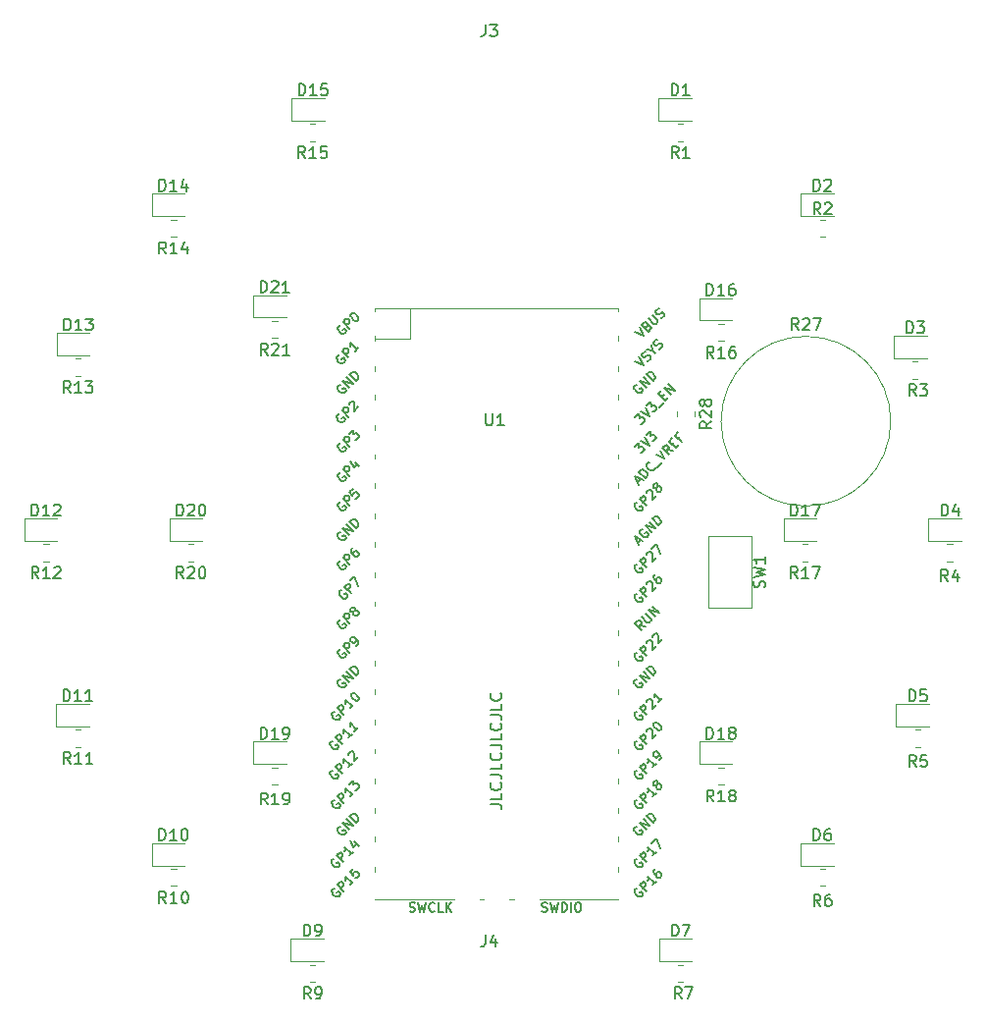
<source format=gbr>
G04 #@! TF.GenerationSoftware,KiCad,Pcbnew,5.1.10-88a1d61d58~88~ubuntu20.04.1*
G04 #@! TF.CreationDate,2021-06-07T13:14:32+01:00*
G04 #@! TF.ProjectId,Bauble,42617562-6c65-42e6-9b69-6361645f7063,rev?*
G04 #@! TF.SameCoordinates,Original*
G04 #@! TF.FileFunction,Legend,Top*
G04 #@! TF.FilePolarity,Positive*
%FSLAX46Y46*%
G04 Gerber Fmt 4.6, Leading zero omitted, Abs format (unit mm)*
G04 Created by KiCad (PCBNEW 5.1.10-88a1d61d58~88~ubuntu20.04.1) date 2021-06-07 13:14:32*
%MOMM*%
%LPD*%
G01*
G04 APERTURE LIST*
%ADD10C,0.150000*%
%ADD11C,0.120000*%
G04 APERTURE END LIST*
D10*
X143827380Y-135694047D02*
X144541666Y-135694047D01*
X144684523Y-135741666D01*
X144779761Y-135836904D01*
X144827380Y-135979761D01*
X144827380Y-136075000D01*
X144827380Y-134741666D02*
X144827380Y-135217857D01*
X143827380Y-135217857D01*
X144732142Y-133836904D02*
X144779761Y-133884523D01*
X144827380Y-134027380D01*
X144827380Y-134122619D01*
X144779761Y-134265476D01*
X144684523Y-134360714D01*
X144589285Y-134408333D01*
X144398809Y-134455952D01*
X144255952Y-134455952D01*
X144065476Y-134408333D01*
X143970238Y-134360714D01*
X143875000Y-134265476D01*
X143827380Y-134122619D01*
X143827380Y-134027380D01*
X143875000Y-133884523D01*
X143922619Y-133836904D01*
X143827380Y-133122619D02*
X144541666Y-133122619D01*
X144684523Y-133170238D01*
X144779761Y-133265476D01*
X144827380Y-133408333D01*
X144827380Y-133503571D01*
X144827380Y-132170238D02*
X144827380Y-132646428D01*
X143827380Y-132646428D01*
X144732142Y-131265476D02*
X144779761Y-131313095D01*
X144827380Y-131455952D01*
X144827380Y-131551190D01*
X144779761Y-131694047D01*
X144684523Y-131789285D01*
X144589285Y-131836904D01*
X144398809Y-131884523D01*
X144255952Y-131884523D01*
X144065476Y-131836904D01*
X143970238Y-131789285D01*
X143875000Y-131694047D01*
X143827380Y-131551190D01*
X143827380Y-131455952D01*
X143875000Y-131313095D01*
X143922619Y-131265476D01*
X143827380Y-130551190D02*
X144541666Y-130551190D01*
X144684523Y-130598809D01*
X144779761Y-130694047D01*
X144827380Y-130836904D01*
X144827380Y-130932142D01*
X144827380Y-129598809D02*
X144827380Y-130075000D01*
X143827380Y-130075000D01*
X144732142Y-128694047D02*
X144779761Y-128741666D01*
X144827380Y-128884523D01*
X144827380Y-128979761D01*
X144779761Y-129122619D01*
X144684523Y-129217857D01*
X144589285Y-129265476D01*
X144398809Y-129313095D01*
X144255952Y-129313095D01*
X144065476Y-129265476D01*
X143970238Y-129217857D01*
X143875000Y-129122619D01*
X143827380Y-128979761D01*
X143827380Y-128884523D01*
X143875000Y-128741666D01*
X143922619Y-128694047D01*
X143827380Y-127979761D02*
X144541666Y-127979761D01*
X144684523Y-128027380D01*
X144779761Y-128122619D01*
X144827380Y-128265476D01*
X144827380Y-128360714D01*
X144827380Y-127027380D02*
X144827380Y-127503571D01*
X143827380Y-127503571D01*
X144732142Y-126122619D02*
X144779761Y-126170238D01*
X144827380Y-126313095D01*
X144827380Y-126408333D01*
X144779761Y-126551190D01*
X144684523Y-126646428D01*
X144589285Y-126694047D01*
X144398809Y-126741666D01*
X144255952Y-126741666D01*
X144065476Y-126694047D01*
X143970238Y-126646428D01*
X143875000Y-126551190D01*
X143827380Y-126408333D01*
X143827380Y-126313095D01*
X143875000Y-126170238D01*
X143922619Y-126122619D01*
D11*
G04 #@! TO.C,R27*
X178395000Y-102650000D02*
G75*
G03*
X178395000Y-102650000I-7320000J0D01*
G01*
G04 #@! TO.C,SW1*
X162650000Y-112590000D02*
X166350000Y-112590000D01*
X162650000Y-118710000D02*
X162650000Y-112590000D01*
X166350000Y-118710000D02*
X162650000Y-118710000D01*
X166350000Y-112590000D02*
X166350000Y-118710000D01*
G04 #@! TO.C,U1*
X145490000Y-143890000D02*
X145890000Y-143890000D01*
X142890000Y-143890000D02*
X143290000Y-143890000D01*
X154890000Y-143890000D02*
X148090000Y-143890000D01*
X154890000Y-133490000D02*
X154890000Y-133890000D01*
X154890000Y-125790000D02*
X154890000Y-126190000D01*
X154890000Y-100390000D02*
X154890000Y-100790000D01*
X154890000Y-92890000D02*
X154890000Y-93190000D01*
X154890000Y-115690000D02*
X154890000Y-116090000D01*
X154890000Y-130890000D02*
X154890000Y-131290000D01*
X154890000Y-110590000D02*
X154890000Y-110990000D01*
X154890000Y-105490000D02*
X154890000Y-105890000D01*
X154890000Y-118190000D02*
X154890000Y-118590000D01*
X154890000Y-123290000D02*
X154890000Y-123690000D01*
X154890000Y-138490000D02*
X154890000Y-138890000D01*
X154890000Y-141090000D02*
X154890000Y-141490000D01*
X154890000Y-135990000D02*
X154890000Y-136390000D01*
X154890000Y-102990000D02*
X154890000Y-103390000D01*
X154890000Y-95290000D02*
X154890000Y-95690000D01*
X154890000Y-97890000D02*
X154890000Y-98290000D01*
X154890000Y-128390000D02*
X154890000Y-128790000D01*
X154890000Y-120690000D02*
X154890000Y-121090000D01*
X154890000Y-113090000D02*
X154890000Y-113490000D01*
X154890000Y-107990000D02*
X154890000Y-108390000D01*
X133890000Y-141090000D02*
X133890000Y-141490000D01*
X133890000Y-138490000D02*
X133890000Y-138890000D01*
X133890000Y-135990000D02*
X133890000Y-136390000D01*
X133890000Y-133490000D02*
X133890000Y-133890000D01*
X133890000Y-130890000D02*
X133890000Y-131290000D01*
X133890000Y-128390000D02*
X133890000Y-128790000D01*
X133890000Y-125790000D02*
X133890000Y-126190000D01*
X133890000Y-123290000D02*
X133890000Y-123690000D01*
X133890000Y-120690000D02*
X133890000Y-121090000D01*
X133890000Y-118190000D02*
X133890000Y-118590000D01*
X133890000Y-115690000D02*
X133890000Y-116090000D01*
X133890000Y-113090000D02*
X133890000Y-113490000D01*
X133890000Y-110590000D02*
X133890000Y-110990000D01*
X133890000Y-107990000D02*
X133890000Y-108390000D01*
X133890000Y-105490000D02*
X133890000Y-105890000D01*
X133890000Y-102990000D02*
X133890000Y-103390000D01*
X133890000Y-100390000D02*
X133890000Y-100790000D01*
X133890000Y-97890000D02*
X133890000Y-98290000D01*
X133890000Y-95290000D02*
X133890000Y-95690000D01*
X133890000Y-92890000D02*
X133890000Y-93190000D01*
X136897000Y-95557000D02*
X136897000Y-92890000D01*
X133890000Y-95557000D02*
X136897000Y-95557000D01*
X140690000Y-143890000D02*
X133890000Y-143890000D01*
X133890000Y-92890000D02*
X154890000Y-92890000D01*
G04 #@! TO.C,R18*
X163522936Y-133985000D02*
X163977064Y-133985000D01*
X163522936Y-132515000D02*
X163977064Y-132515000D01*
G04 #@! TO.C,R12*
X105272936Y-114735000D02*
X105727064Y-114735000D01*
X105272936Y-113265000D02*
X105727064Y-113265000D01*
G04 #@! TO.C,R6*
X172272936Y-142735000D02*
X172727064Y-142735000D01*
X172272936Y-141265000D02*
X172727064Y-141265000D01*
G04 #@! TO.C,R11*
X108022936Y-130735000D02*
X108477064Y-130735000D01*
X108022936Y-129265000D02*
X108477064Y-129265000D01*
G04 #@! TO.C,R17*
X170772936Y-114735000D02*
X171227064Y-114735000D01*
X170772936Y-113265000D02*
X171227064Y-113265000D01*
G04 #@! TO.C,R5*
X180522936Y-130735000D02*
X180977064Y-130735000D01*
X180522936Y-129265000D02*
X180977064Y-129265000D01*
G04 #@! TO.C,R10*
X116272936Y-142735000D02*
X116727064Y-142735000D01*
X116272936Y-141265000D02*
X116727064Y-141265000D01*
G04 #@! TO.C,R16*
X163522936Y-95735000D02*
X163977064Y-95735000D01*
X163522936Y-94265000D02*
X163977064Y-94265000D01*
G04 #@! TO.C,R4*
X183272936Y-114735000D02*
X183727064Y-114735000D01*
X183272936Y-113265000D02*
X183727064Y-113265000D01*
G04 #@! TO.C,R28*
X161460000Y-102252064D02*
X161460000Y-101797936D01*
X159990000Y-102252064D02*
X159990000Y-101797936D01*
G04 #@! TO.C,R21*
X125022936Y-95485000D02*
X125477064Y-95485000D01*
X125022936Y-94015000D02*
X125477064Y-94015000D01*
G04 #@! TO.C,R15*
X128272936Y-78485000D02*
X128727064Y-78485000D01*
X128272936Y-77015000D02*
X128727064Y-77015000D01*
G04 #@! TO.C,R9*
X128272936Y-150985000D02*
X128727064Y-150985000D01*
X128272936Y-149515000D02*
X128727064Y-149515000D01*
G04 #@! TO.C,R3*
X180272936Y-98985000D02*
X180727064Y-98985000D01*
X180272936Y-97515000D02*
X180727064Y-97515000D01*
G04 #@! TO.C,R14*
X116272936Y-86735000D02*
X116727064Y-86735000D01*
X116272936Y-85265000D02*
X116727064Y-85265000D01*
G04 #@! TO.C,R20*
X117772936Y-114735000D02*
X118227064Y-114735000D01*
X117772936Y-113265000D02*
X118227064Y-113265000D01*
G04 #@! TO.C,R2*
X172272936Y-86735000D02*
X172727064Y-86735000D01*
X172272936Y-85265000D02*
X172727064Y-85265000D01*
G04 #@! TO.C,R7*
X160022936Y-150985000D02*
X160477064Y-150985000D01*
X160022936Y-149515000D02*
X160477064Y-149515000D01*
G04 #@! TO.C,R13*
X108022936Y-98735000D02*
X108477064Y-98735000D01*
X108022936Y-97265000D02*
X108477064Y-97265000D01*
G04 #@! TO.C,R1*
X160022936Y-78485000D02*
X160477064Y-78485000D01*
X160022936Y-77015000D02*
X160477064Y-77015000D01*
G04 #@! TO.C,R19*
X125022936Y-133985000D02*
X125477064Y-133985000D01*
X125022936Y-132515000D02*
X125477064Y-132515000D01*
G04 #@! TO.C,D18*
X161865000Y-132210000D02*
X164725000Y-132210000D01*
X161865000Y-130290000D02*
X161865000Y-132210000D01*
X164725000Y-130290000D02*
X161865000Y-130290000D01*
G04 #@! TO.C,D12*
X103615000Y-112960000D02*
X106475000Y-112960000D01*
X103615000Y-111040000D02*
X103615000Y-112960000D01*
X106475000Y-111040000D02*
X103615000Y-111040000D01*
G04 #@! TO.C,D6*
X170615000Y-140960000D02*
X173475000Y-140960000D01*
X170615000Y-139040000D02*
X170615000Y-140960000D01*
X173475000Y-139040000D02*
X170615000Y-139040000D01*
G04 #@! TO.C,D11*
X106365000Y-128960000D02*
X109225000Y-128960000D01*
X106365000Y-127040000D02*
X106365000Y-128960000D01*
X109225000Y-127040000D02*
X106365000Y-127040000D01*
G04 #@! TO.C,D17*
X169140000Y-112960000D02*
X172000000Y-112960000D01*
X169140000Y-111040000D02*
X169140000Y-112960000D01*
X172000000Y-111040000D02*
X169140000Y-111040000D01*
G04 #@! TO.C,D5*
X178865000Y-128960000D02*
X181725000Y-128960000D01*
X178865000Y-127040000D02*
X178865000Y-128960000D01*
X181725000Y-127040000D02*
X178865000Y-127040000D01*
G04 #@! TO.C,D10*
X114615000Y-140960000D02*
X117475000Y-140960000D01*
X114615000Y-139040000D02*
X114615000Y-140960000D01*
X117475000Y-139040000D02*
X114615000Y-139040000D01*
G04 #@! TO.C,D16*
X161865000Y-93960000D02*
X164725000Y-93960000D01*
X161865000Y-92040000D02*
X161865000Y-93960000D01*
X164725000Y-92040000D02*
X161865000Y-92040000D01*
G04 #@! TO.C,D4*
X181665000Y-112960000D02*
X184525000Y-112960000D01*
X181665000Y-111040000D02*
X181665000Y-112960000D01*
X184525000Y-111040000D02*
X181665000Y-111040000D01*
G04 #@! TO.C,D21*
X123365000Y-93710000D02*
X126225000Y-93710000D01*
X123365000Y-91790000D02*
X123365000Y-93710000D01*
X126225000Y-91790000D02*
X123365000Y-91790000D01*
G04 #@! TO.C,D15*
X126665000Y-76710000D02*
X129525000Y-76710000D01*
X126665000Y-74790000D02*
X126665000Y-76710000D01*
X129525000Y-74790000D02*
X126665000Y-74790000D01*
G04 #@! TO.C,D9*
X126615000Y-149210000D02*
X129475000Y-149210000D01*
X126615000Y-147290000D02*
X126615000Y-149210000D01*
X129475000Y-147290000D02*
X126615000Y-147290000D01*
G04 #@! TO.C,D3*
X178640000Y-97210000D02*
X181500000Y-97210000D01*
X178640000Y-95290000D02*
X178640000Y-97210000D01*
X181500000Y-95290000D02*
X178640000Y-95290000D01*
G04 #@! TO.C,D14*
X114615000Y-84960000D02*
X117475000Y-84960000D01*
X114615000Y-83040000D02*
X114615000Y-84960000D01*
X117475000Y-83040000D02*
X114615000Y-83040000D01*
G04 #@! TO.C,D20*
X116140000Y-112960000D02*
X119000000Y-112960000D01*
X116140000Y-111040000D02*
X116140000Y-112960000D01*
X119000000Y-111040000D02*
X116140000Y-111040000D01*
G04 #@! TO.C,D2*
X170615000Y-84960000D02*
X173475000Y-84960000D01*
X170615000Y-83040000D02*
X170615000Y-84960000D01*
X173475000Y-83040000D02*
X170615000Y-83040000D01*
G04 #@! TO.C,D7*
X158390000Y-149210000D02*
X161250000Y-149210000D01*
X158390000Y-147290000D02*
X158390000Y-149210000D01*
X161250000Y-147290000D02*
X158390000Y-147290000D01*
G04 #@! TO.C,D13*
X106415000Y-96960000D02*
X109275000Y-96960000D01*
X106415000Y-95040000D02*
X106415000Y-96960000D01*
X109275000Y-95040000D02*
X106415000Y-95040000D01*
G04 #@! TO.C,D1*
X158365000Y-76710000D02*
X161225000Y-76710000D01*
X158365000Y-74790000D02*
X158365000Y-76710000D01*
X161225000Y-74790000D02*
X158365000Y-74790000D01*
G04 #@! TO.C,D19*
X123365000Y-132210000D02*
X126225000Y-132210000D01*
X123365000Y-130290000D02*
X123365000Y-132210000D01*
X126225000Y-130290000D02*
X123365000Y-130290000D01*
G04 #@! TO.C,R27*
D10*
X170432142Y-94782380D02*
X170098809Y-94306190D01*
X169860714Y-94782380D02*
X169860714Y-93782380D01*
X170241666Y-93782380D01*
X170336904Y-93830000D01*
X170384523Y-93877619D01*
X170432142Y-93972857D01*
X170432142Y-94115714D01*
X170384523Y-94210952D01*
X170336904Y-94258571D01*
X170241666Y-94306190D01*
X169860714Y-94306190D01*
X170813095Y-93877619D02*
X170860714Y-93830000D01*
X170955952Y-93782380D01*
X171194047Y-93782380D01*
X171289285Y-93830000D01*
X171336904Y-93877619D01*
X171384523Y-93972857D01*
X171384523Y-94068095D01*
X171336904Y-94210952D01*
X170765476Y-94782380D01*
X171384523Y-94782380D01*
X171717857Y-93782380D02*
X172384523Y-93782380D01*
X171955952Y-94782380D01*
G04 #@! TO.C,J4*
X143416666Y-146952380D02*
X143416666Y-147666666D01*
X143369047Y-147809523D01*
X143273809Y-147904761D01*
X143130952Y-147952380D01*
X143035714Y-147952380D01*
X144321428Y-147285714D02*
X144321428Y-147952380D01*
X144083333Y-146904761D02*
X143845238Y-147619047D01*
X144464285Y-147619047D01*
G04 #@! TO.C,J3*
X143416666Y-68452380D02*
X143416666Y-69166666D01*
X143369047Y-69309523D01*
X143273809Y-69404761D01*
X143130952Y-69452380D01*
X143035714Y-69452380D01*
X143797619Y-68452380D02*
X144416666Y-68452380D01*
X144083333Y-68833333D01*
X144226190Y-68833333D01*
X144321428Y-68880952D01*
X144369047Y-68928571D01*
X144416666Y-69023809D01*
X144416666Y-69261904D01*
X144369047Y-69357142D01*
X144321428Y-69404761D01*
X144226190Y-69452380D01*
X143940476Y-69452380D01*
X143845238Y-69404761D01*
X143797619Y-69357142D01*
G04 #@! TO.C,SW1*
X167504761Y-116983333D02*
X167552380Y-116840476D01*
X167552380Y-116602380D01*
X167504761Y-116507142D01*
X167457142Y-116459523D01*
X167361904Y-116411904D01*
X167266666Y-116411904D01*
X167171428Y-116459523D01*
X167123809Y-116507142D01*
X167076190Y-116602380D01*
X167028571Y-116792857D01*
X166980952Y-116888095D01*
X166933333Y-116935714D01*
X166838095Y-116983333D01*
X166742857Y-116983333D01*
X166647619Y-116935714D01*
X166600000Y-116888095D01*
X166552380Y-116792857D01*
X166552380Y-116554761D01*
X166600000Y-116411904D01*
X166552380Y-116078571D02*
X167552380Y-115840476D01*
X166838095Y-115650000D01*
X167552380Y-115459523D01*
X166552380Y-115221428D01*
X167552380Y-114316666D02*
X167552380Y-114888095D01*
X167552380Y-114602380D02*
X166552380Y-114602380D01*
X166695238Y-114697619D01*
X166790476Y-114792857D01*
X166838095Y-114888095D01*
G04 #@! TO.C,U1*
X143438095Y-102002380D02*
X143438095Y-102811904D01*
X143485714Y-102907142D01*
X143533333Y-102954761D01*
X143628571Y-103002380D01*
X143819047Y-103002380D01*
X143914285Y-102954761D01*
X143961904Y-102907142D01*
X144009523Y-102811904D01*
X144009523Y-102002380D01*
X145009523Y-103002380D02*
X144438095Y-103002380D01*
X144723809Y-103002380D02*
X144723809Y-102002380D01*
X144628571Y-102145238D01*
X144533333Y-102240476D01*
X144438095Y-102288095D01*
X148294761Y-144913809D02*
X148409047Y-144951904D01*
X148599523Y-144951904D01*
X148675714Y-144913809D01*
X148713809Y-144875714D01*
X148751904Y-144799523D01*
X148751904Y-144723333D01*
X148713809Y-144647142D01*
X148675714Y-144609047D01*
X148599523Y-144570952D01*
X148447142Y-144532857D01*
X148370952Y-144494761D01*
X148332857Y-144456666D01*
X148294761Y-144380476D01*
X148294761Y-144304285D01*
X148332857Y-144228095D01*
X148370952Y-144190000D01*
X148447142Y-144151904D01*
X148637619Y-144151904D01*
X148751904Y-144190000D01*
X149018571Y-144151904D02*
X149209047Y-144951904D01*
X149361428Y-144380476D01*
X149513809Y-144951904D01*
X149704285Y-144151904D01*
X150009047Y-144951904D02*
X150009047Y-144151904D01*
X150199523Y-144151904D01*
X150313809Y-144190000D01*
X150390000Y-144266190D01*
X150428095Y-144342380D01*
X150466190Y-144494761D01*
X150466190Y-144609047D01*
X150428095Y-144761428D01*
X150390000Y-144837619D01*
X150313809Y-144913809D01*
X150199523Y-144951904D01*
X150009047Y-144951904D01*
X150809047Y-144951904D02*
X150809047Y-144151904D01*
X151342380Y-144151904D02*
X151494761Y-144151904D01*
X151570952Y-144190000D01*
X151647142Y-144266190D01*
X151685238Y-144418571D01*
X151685238Y-144685238D01*
X151647142Y-144837619D01*
X151570952Y-144913809D01*
X151494761Y-144951904D01*
X151342380Y-144951904D01*
X151266190Y-144913809D01*
X151190000Y-144837619D01*
X151151904Y-144685238D01*
X151151904Y-144418571D01*
X151190000Y-144266190D01*
X151266190Y-144190000D01*
X151342380Y-144151904D01*
X136880476Y-144913809D02*
X136994761Y-144951904D01*
X137185238Y-144951904D01*
X137261428Y-144913809D01*
X137299523Y-144875714D01*
X137337619Y-144799523D01*
X137337619Y-144723333D01*
X137299523Y-144647142D01*
X137261428Y-144609047D01*
X137185238Y-144570952D01*
X137032857Y-144532857D01*
X136956666Y-144494761D01*
X136918571Y-144456666D01*
X136880476Y-144380476D01*
X136880476Y-144304285D01*
X136918571Y-144228095D01*
X136956666Y-144190000D01*
X137032857Y-144151904D01*
X137223333Y-144151904D01*
X137337619Y-144190000D01*
X137604285Y-144151904D02*
X137794761Y-144951904D01*
X137947142Y-144380476D01*
X138099523Y-144951904D01*
X138290000Y-144151904D01*
X139051904Y-144875714D02*
X139013809Y-144913809D01*
X138899523Y-144951904D01*
X138823333Y-144951904D01*
X138709047Y-144913809D01*
X138632857Y-144837619D01*
X138594761Y-144761428D01*
X138556666Y-144609047D01*
X138556666Y-144494761D01*
X138594761Y-144342380D01*
X138632857Y-144266190D01*
X138709047Y-144190000D01*
X138823333Y-144151904D01*
X138899523Y-144151904D01*
X139013809Y-144190000D01*
X139051904Y-144228095D01*
X139775714Y-144951904D02*
X139394761Y-144951904D01*
X139394761Y-144151904D01*
X140042380Y-144951904D02*
X140042380Y-144151904D01*
X140499523Y-144951904D02*
X140156666Y-144494761D01*
X140499523Y-144151904D02*
X140042380Y-144609047D01*
X156541597Y-113130964D02*
X156810971Y-112861590D01*
X156649346Y-113346463D02*
X156272223Y-112592216D01*
X157026470Y-112969340D01*
X156972595Y-111945719D02*
X156891783Y-111972656D01*
X156810971Y-112053468D01*
X156757096Y-112161218D01*
X156757096Y-112268967D01*
X156784033Y-112349780D01*
X156864845Y-112484467D01*
X156945658Y-112565279D01*
X157080345Y-112646091D01*
X157161157Y-112673028D01*
X157268906Y-112673028D01*
X157376656Y-112619154D01*
X157430531Y-112565279D01*
X157484406Y-112457529D01*
X157484406Y-112403654D01*
X157295844Y-112215093D01*
X157188094Y-112322842D01*
X157780717Y-112215093D02*
X157215032Y-111649407D01*
X158103966Y-111891844D01*
X157538280Y-111326158D01*
X158373340Y-111622470D02*
X157807654Y-111056784D01*
X157942341Y-110922097D01*
X158050091Y-110868223D01*
X158157841Y-110868223D01*
X158238653Y-110895160D01*
X158373340Y-110975972D01*
X158454152Y-111056784D01*
X158534964Y-111191471D01*
X158561902Y-111272284D01*
X158561902Y-111380033D01*
X158508027Y-111487783D01*
X158373340Y-111622470D01*
X156476158Y-99488155D02*
X156395346Y-99515093D01*
X156314534Y-99595905D01*
X156260659Y-99703654D01*
X156260659Y-99811404D01*
X156287597Y-99892216D01*
X156368409Y-100026903D01*
X156449221Y-100107715D01*
X156583908Y-100188528D01*
X156664720Y-100215465D01*
X156772470Y-100215465D01*
X156880219Y-100161590D01*
X156934094Y-100107715D01*
X156987969Y-99999966D01*
X156987969Y-99946091D01*
X156799407Y-99757529D01*
X156691658Y-99865279D01*
X157284280Y-99757529D02*
X156718595Y-99191844D01*
X157607529Y-99434280D01*
X157041844Y-98868595D01*
X157876903Y-99164906D02*
X157311218Y-98599221D01*
X157445905Y-98464534D01*
X157553654Y-98410659D01*
X157661404Y-98410659D01*
X157742216Y-98437597D01*
X157876903Y-98518409D01*
X157957715Y-98599221D01*
X158038528Y-98733908D01*
X158065465Y-98814720D01*
X158065465Y-98922470D01*
X158011590Y-99030219D01*
X157876903Y-99164906D01*
X156476158Y-124888155D02*
X156395346Y-124915093D01*
X156314534Y-124995905D01*
X156260659Y-125103654D01*
X156260659Y-125211404D01*
X156287597Y-125292216D01*
X156368409Y-125426903D01*
X156449221Y-125507715D01*
X156583908Y-125588528D01*
X156664720Y-125615465D01*
X156772470Y-125615465D01*
X156880219Y-125561590D01*
X156934094Y-125507715D01*
X156987969Y-125399966D01*
X156987969Y-125346091D01*
X156799407Y-125157529D01*
X156691658Y-125265279D01*
X157284280Y-125157529D02*
X156718595Y-124591844D01*
X157607529Y-124834280D01*
X157041844Y-124268595D01*
X157876903Y-124564906D02*
X157311218Y-123999221D01*
X157445905Y-123864534D01*
X157553654Y-123810659D01*
X157661404Y-123810659D01*
X157742216Y-123837597D01*
X157876903Y-123918409D01*
X157957715Y-123999221D01*
X158038528Y-124133908D01*
X158065465Y-124214720D01*
X158065465Y-124322470D01*
X158011590Y-124430219D01*
X157876903Y-124564906D01*
X156476158Y-137588155D02*
X156395346Y-137615093D01*
X156314534Y-137695905D01*
X156260659Y-137803654D01*
X156260659Y-137911404D01*
X156287597Y-137992216D01*
X156368409Y-138126903D01*
X156449221Y-138207715D01*
X156583908Y-138288528D01*
X156664720Y-138315465D01*
X156772470Y-138315465D01*
X156880219Y-138261590D01*
X156934094Y-138207715D01*
X156987969Y-138099966D01*
X156987969Y-138046091D01*
X156799407Y-137857529D01*
X156691658Y-137965279D01*
X157284280Y-137857529D02*
X156718595Y-137291844D01*
X157607529Y-137534280D01*
X157041844Y-136968595D01*
X157876903Y-137264906D02*
X157311218Y-136699221D01*
X157445905Y-136564534D01*
X157553654Y-136510659D01*
X157661404Y-136510659D01*
X157742216Y-136537597D01*
X157876903Y-136618409D01*
X157957715Y-136699221D01*
X158038528Y-136833908D01*
X158065465Y-136914720D01*
X158065465Y-137022470D01*
X158011590Y-137130219D01*
X157876903Y-137264906D01*
X130876158Y-137588155D02*
X130795346Y-137615093D01*
X130714534Y-137695905D01*
X130660659Y-137803654D01*
X130660659Y-137911404D01*
X130687597Y-137992216D01*
X130768409Y-138126903D01*
X130849221Y-138207715D01*
X130983908Y-138288528D01*
X131064720Y-138315465D01*
X131172470Y-138315465D01*
X131280219Y-138261590D01*
X131334094Y-138207715D01*
X131387969Y-138099966D01*
X131387969Y-138046091D01*
X131199407Y-137857529D01*
X131091658Y-137965279D01*
X131684280Y-137857529D02*
X131118595Y-137291844D01*
X132007529Y-137534280D01*
X131441844Y-136968595D01*
X132276903Y-137264906D02*
X131711218Y-136699221D01*
X131845905Y-136564534D01*
X131953654Y-136510659D01*
X132061404Y-136510659D01*
X132142216Y-136537597D01*
X132276903Y-136618409D01*
X132357715Y-136699221D01*
X132438528Y-136833908D01*
X132465465Y-136914720D01*
X132465465Y-137022470D01*
X132411590Y-137130219D01*
X132276903Y-137264906D01*
X130876158Y-124888155D02*
X130795346Y-124915093D01*
X130714534Y-124995905D01*
X130660659Y-125103654D01*
X130660659Y-125211404D01*
X130687597Y-125292216D01*
X130768409Y-125426903D01*
X130849221Y-125507715D01*
X130983908Y-125588528D01*
X131064720Y-125615465D01*
X131172470Y-125615465D01*
X131280219Y-125561590D01*
X131334094Y-125507715D01*
X131387969Y-125399966D01*
X131387969Y-125346091D01*
X131199407Y-125157529D01*
X131091658Y-125265279D01*
X131684280Y-125157529D02*
X131118595Y-124591844D01*
X132007529Y-124834280D01*
X131441844Y-124268595D01*
X132276903Y-124564906D02*
X131711218Y-123999221D01*
X131845905Y-123864534D01*
X131953654Y-123810659D01*
X132061404Y-123810659D01*
X132142216Y-123837597D01*
X132276903Y-123918409D01*
X132357715Y-123999221D01*
X132438528Y-124133908D01*
X132465465Y-124214720D01*
X132465465Y-124322470D01*
X132411590Y-124430219D01*
X132276903Y-124564906D01*
X130876158Y-112188155D02*
X130795346Y-112215093D01*
X130714534Y-112295905D01*
X130660659Y-112403654D01*
X130660659Y-112511404D01*
X130687597Y-112592216D01*
X130768409Y-112726903D01*
X130849221Y-112807715D01*
X130983908Y-112888528D01*
X131064720Y-112915465D01*
X131172470Y-112915465D01*
X131280219Y-112861590D01*
X131334094Y-112807715D01*
X131387969Y-112699966D01*
X131387969Y-112646091D01*
X131199407Y-112457529D01*
X131091658Y-112565279D01*
X131684280Y-112457529D02*
X131118595Y-111891844D01*
X132007529Y-112134280D01*
X131441844Y-111568595D01*
X132276903Y-111864906D02*
X131711218Y-111299221D01*
X131845905Y-111164534D01*
X131953654Y-111110659D01*
X132061404Y-111110659D01*
X132142216Y-111137597D01*
X132276903Y-111218409D01*
X132357715Y-111299221D01*
X132438528Y-111433908D01*
X132465465Y-111514720D01*
X132465465Y-111622470D01*
X132411590Y-111730219D01*
X132276903Y-111864906D01*
X130876158Y-99488155D02*
X130795346Y-99515093D01*
X130714534Y-99595905D01*
X130660659Y-99703654D01*
X130660659Y-99811404D01*
X130687597Y-99892216D01*
X130768409Y-100026903D01*
X130849221Y-100107715D01*
X130983908Y-100188528D01*
X131064720Y-100215465D01*
X131172470Y-100215465D01*
X131280219Y-100161590D01*
X131334094Y-100107715D01*
X131387969Y-99999966D01*
X131387969Y-99946091D01*
X131199407Y-99757529D01*
X131091658Y-99865279D01*
X131684280Y-99757529D02*
X131118595Y-99191844D01*
X132007529Y-99434280D01*
X131441844Y-98868595D01*
X132276903Y-99164906D02*
X131711218Y-98599221D01*
X131845905Y-98464534D01*
X131953654Y-98410659D01*
X132061404Y-98410659D01*
X132142216Y-98437597D01*
X132276903Y-98518409D01*
X132357715Y-98599221D01*
X132438528Y-98733908D01*
X132465465Y-98814720D01*
X132465465Y-98922470D01*
X132411590Y-99030219D01*
X132276903Y-99164906D01*
X156343129Y-94917309D02*
X157097377Y-95294433D01*
X156720253Y-94540186D01*
X157366751Y-94432436D02*
X157474500Y-94378561D01*
X157528375Y-94378561D01*
X157609187Y-94405499D01*
X157690000Y-94486311D01*
X157716937Y-94567123D01*
X157716937Y-94620998D01*
X157690000Y-94701810D01*
X157474500Y-94917309D01*
X156908815Y-94351624D01*
X157097377Y-94163062D01*
X157178189Y-94136125D01*
X157232064Y-94136125D01*
X157312876Y-94163062D01*
X157366751Y-94216937D01*
X157393688Y-94297749D01*
X157393688Y-94351624D01*
X157366751Y-94432436D01*
X157178189Y-94620998D01*
X157474500Y-93785938D02*
X157932436Y-94243874D01*
X158013248Y-94270812D01*
X158067123Y-94270812D01*
X158147935Y-94243874D01*
X158255685Y-94136125D01*
X158282622Y-94055312D01*
X158282622Y-94001438D01*
X158255685Y-93920625D01*
X157797749Y-93462690D01*
X158578934Y-93759001D02*
X158686683Y-93705126D01*
X158821370Y-93570439D01*
X158848308Y-93489627D01*
X158848308Y-93435752D01*
X158821370Y-93354940D01*
X158767496Y-93301065D01*
X158686683Y-93274128D01*
X158632809Y-93274128D01*
X158551996Y-93301065D01*
X158417309Y-93381877D01*
X158336497Y-93408815D01*
X158282622Y-93408815D01*
X158201810Y-93381877D01*
X158147935Y-93328003D01*
X158120998Y-93247190D01*
X158120998Y-93193316D01*
X158147935Y-93112503D01*
X158282622Y-92977816D01*
X158390372Y-92923942D01*
X156310473Y-97459966D02*
X157064720Y-97837089D01*
X156687597Y-97082842D01*
X157387969Y-97459966D02*
X157495719Y-97406091D01*
X157630406Y-97271404D01*
X157657343Y-97190592D01*
X157657343Y-97136717D01*
X157630406Y-97055905D01*
X157576531Y-97002030D01*
X157495719Y-96975093D01*
X157441844Y-96975093D01*
X157361032Y-97002030D01*
X157226345Y-97082842D01*
X157145532Y-97109780D01*
X157091658Y-97109780D01*
X157010845Y-97082842D01*
X156956971Y-97028967D01*
X156930033Y-96948155D01*
X156930033Y-96894280D01*
X156956971Y-96813468D01*
X157091658Y-96678781D01*
X157199407Y-96624906D01*
X157818967Y-96544094D02*
X158088341Y-96813468D01*
X157334094Y-96436345D02*
X157818967Y-96544094D01*
X157711218Y-96059221D01*
X158411590Y-96436345D02*
X158519340Y-96382470D01*
X158654027Y-96247783D01*
X158680964Y-96166971D01*
X158680964Y-96113096D01*
X158654027Y-96032284D01*
X158600152Y-95978409D01*
X158519340Y-95951471D01*
X158465465Y-95951471D01*
X158384653Y-95978409D01*
X158249966Y-96059221D01*
X158169154Y-96086158D01*
X158115279Y-96086158D01*
X158034467Y-96059221D01*
X157980592Y-96005346D01*
X157953654Y-95924534D01*
X157953654Y-95870659D01*
X157980592Y-95789847D01*
X158115279Y-95655160D01*
X158223028Y-95601285D01*
X156312131Y-102348308D02*
X156662317Y-101998122D01*
X156689255Y-102402183D01*
X156770067Y-102321370D01*
X156850879Y-102294433D01*
X156904754Y-102294433D01*
X156985566Y-102321370D01*
X157120253Y-102456057D01*
X157147190Y-102536870D01*
X157147190Y-102590744D01*
X157120253Y-102671557D01*
X156958629Y-102833181D01*
X156877816Y-102860118D01*
X156823942Y-102860118D01*
X156823942Y-101836497D02*
X157578189Y-102213621D01*
X157201065Y-101459374D01*
X157335752Y-101324687D02*
X157685938Y-100974500D01*
X157712876Y-101378561D01*
X157793688Y-101297749D01*
X157874500Y-101270812D01*
X157928375Y-101270812D01*
X158009187Y-101297749D01*
X158143874Y-101432436D01*
X158170812Y-101513248D01*
X158170812Y-101567123D01*
X158143874Y-101647935D01*
X157982250Y-101809560D01*
X157901438Y-101836497D01*
X157847563Y-101836497D01*
X158413248Y-101486311D02*
X158844247Y-101055312D01*
X158628748Y-100570439D02*
X158817309Y-100381877D01*
X159194433Y-100597377D02*
X158925059Y-100866751D01*
X158359374Y-100301065D01*
X158628748Y-100031691D01*
X159436870Y-100354940D02*
X158871184Y-99789255D01*
X159760118Y-100031691D01*
X159194433Y-99466006D01*
X156279847Y-104880592D02*
X156630033Y-104530406D01*
X156656971Y-104934467D01*
X156737783Y-104853654D01*
X156818595Y-104826717D01*
X156872470Y-104826717D01*
X156953282Y-104853654D01*
X157087969Y-104988341D01*
X157114906Y-105069154D01*
X157114906Y-105123028D01*
X157087969Y-105203841D01*
X156926345Y-105365465D01*
X156845532Y-105392402D01*
X156791658Y-105392402D01*
X156791658Y-104368781D02*
X157545905Y-104745905D01*
X157168781Y-103991658D01*
X157303468Y-103856971D02*
X157653654Y-103506784D01*
X157680592Y-103910845D01*
X157761404Y-103830033D01*
X157842216Y-103803096D01*
X157896091Y-103803096D01*
X157976903Y-103830033D01*
X158111590Y-103964720D01*
X158138528Y-104045532D01*
X158138528Y-104099407D01*
X158111590Y-104180219D01*
X157949966Y-104341844D01*
X157869154Y-104368781D01*
X157815279Y-104368781D01*
X156544788Y-107923773D02*
X156814162Y-107654399D01*
X156652537Y-108139272D02*
X156275414Y-107385025D01*
X157029661Y-107762149D01*
X157218223Y-107573587D02*
X156652537Y-107007902D01*
X156787224Y-106873215D01*
X156894974Y-106819340D01*
X157002723Y-106819340D01*
X157083536Y-106846277D01*
X157218223Y-106927089D01*
X157299035Y-107007902D01*
X157379847Y-107142589D01*
X157406784Y-107223401D01*
X157406784Y-107331150D01*
X157352910Y-107438900D01*
X157218223Y-107573587D01*
X158053282Y-106630778D02*
X158053282Y-106684653D01*
X157999407Y-106792402D01*
X157945532Y-106846277D01*
X157837783Y-106900152D01*
X157730033Y-106900152D01*
X157649221Y-106873215D01*
X157514534Y-106792402D01*
X157433722Y-106711590D01*
X157352910Y-106576903D01*
X157325972Y-106496091D01*
X157325972Y-106388341D01*
X157379847Y-106280592D01*
X157433722Y-106226717D01*
X157541471Y-106172842D01*
X157595346Y-106172842D01*
X158268781Y-106630778D02*
X158699780Y-106199780D01*
X158134094Y-105526345D02*
X158888341Y-105903468D01*
X158511218Y-105149221D01*
X159588714Y-105203096D02*
X159130778Y-105122284D01*
X159265465Y-105526345D02*
X158699780Y-104960659D01*
X158915279Y-104745160D01*
X158996091Y-104718223D01*
X159049966Y-104718223D01*
X159130778Y-104745160D01*
X159211590Y-104825972D01*
X159238528Y-104906784D01*
X159238528Y-104960659D01*
X159211590Y-105041471D01*
X158996091Y-105256971D01*
X159534839Y-104664348D02*
X159723401Y-104475786D01*
X160100524Y-104691285D02*
X159831150Y-104960659D01*
X159265465Y-104394974D01*
X159534839Y-104125600D01*
X160235211Y-103963975D02*
X160046650Y-104152537D01*
X160342961Y-104448849D02*
X159777276Y-103883163D01*
X160046650Y-103613789D01*
X156487722Y-109636592D02*
X156406910Y-109663529D01*
X156326097Y-109744341D01*
X156272223Y-109852091D01*
X156272223Y-109959841D01*
X156299160Y-110040653D01*
X156379972Y-110175340D01*
X156460784Y-110256152D01*
X156595471Y-110336964D01*
X156676284Y-110363902D01*
X156784033Y-110363902D01*
X156891783Y-110310027D01*
X156945658Y-110256152D01*
X156999532Y-110148402D01*
X156999532Y-110094528D01*
X156810971Y-109905966D01*
X156703221Y-110013715D01*
X157295844Y-109905966D02*
X156730158Y-109340280D01*
X156945658Y-109124781D01*
X157026470Y-109097844D01*
X157080345Y-109097844D01*
X157161157Y-109124781D01*
X157241969Y-109205593D01*
X157268906Y-109286406D01*
X157268906Y-109340280D01*
X157241969Y-109421093D01*
X157026470Y-109636592D01*
X157322781Y-108855407D02*
X157322781Y-108801532D01*
X157349719Y-108720720D01*
X157484406Y-108586033D01*
X157565218Y-108559096D01*
X157619093Y-108559096D01*
X157699905Y-108586033D01*
X157753780Y-108639908D01*
X157807654Y-108747658D01*
X157807654Y-109394155D01*
X158157841Y-109043969D01*
X158157841Y-108397471D02*
X158077028Y-108424409D01*
X158023154Y-108424409D01*
X157942341Y-108397471D01*
X157915404Y-108370534D01*
X157888467Y-108289722D01*
X157888467Y-108235847D01*
X157915404Y-108155035D01*
X158023154Y-108047285D01*
X158103966Y-108020348D01*
X158157841Y-108020348D01*
X158238653Y-108047285D01*
X158265590Y-108074223D01*
X158292528Y-108155035D01*
X158292528Y-108208910D01*
X158265590Y-108289722D01*
X158157841Y-108397471D01*
X158130903Y-108478284D01*
X158130903Y-108532158D01*
X158157841Y-108612971D01*
X158265590Y-108720720D01*
X158346402Y-108747658D01*
X158400277Y-108747658D01*
X158481089Y-108720720D01*
X158588839Y-108612971D01*
X158615776Y-108532158D01*
X158615776Y-108478284D01*
X158588839Y-108397471D01*
X158481089Y-108289722D01*
X158400277Y-108262784D01*
X158346402Y-108262784D01*
X158265590Y-108289722D01*
X156487722Y-114980592D02*
X156406910Y-115007529D01*
X156326097Y-115088341D01*
X156272223Y-115196091D01*
X156272223Y-115303841D01*
X156299160Y-115384653D01*
X156379972Y-115519340D01*
X156460784Y-115600152D01*
X156595471Y-115680964D01*
X156676284Y-115707902D01*
X156784033Y-115707902D01*
X156891783Y-115654027D01*
X156945658Y-115600152D01*
X156999532Y-115492402D01*
X156999532Y-115438528D01*
X156810971Y-115249966D01*
X156703221Y-115357715D01*
X157295844Y-115249966D02*
X156730158Y-114684280D01*
X156945658Y-114468781D01*
X157026470Y-114441844D01*
X157080345Y-114441844D01*
X157161157Y-114468781D01*
X157241969Y-114549593D01*
X157268906Y-114630406D01*
X157268906Y-114684280D01*
X157241969Y-114765093D01*
X157026470Y-114980592D01*
X157322781Y-114199407D02*
X157322781Y-114145532D01*
X157349719Y-114064720D01*
X157484406Y-113930033D01*
X157565218Y-113903096D01*
X157619093Y-113903096D01*
X157699905Y-113930033D01*
X157753780Y-113983908D01*
X157807654Y-114091658D01*
X157807654Y-114738155D01*
X158157841Y-114387969D01*
X157780717Y-113633722D02*
X158157841Y-113256598D01*
X158481089Y-114064720D01*
X156487722Y-117510592D02*
X156406910Y-117537529D01*
X156326097Y-117618341D01*
X156272223Y-117726091D01*
X156272223Y-117833841D01*
X156299160Y-117914653D01*
X156379972Y-118049340D01*
X156460784Y-118130152D01*
X156595471Y-118210964D01*
X156676284Y-118237902D01*
X156784033Y-118237902D01*
X156891783Y-118184027D01*
X156945658Y-118130152D01*
X156999532Y-118022402D01*
X156999532Y-117968528D01*
X156810971Y-117779966D01*
X156703221Y-117887715D01*
X157295844Y-117779966D02*
X156730158Y-117214280D01*
X156945658Y-116998781D01*
X157026470Y-116971844D01*
X157080345Y-116971844D01*
X157161157Y-116998781D01*
X157241969Y-117079593D01*
X157268906Y-117160406D01*
X157268906Y-117214280D01*
X157241969Y-117295093D01*
X157026470Y-117510592D01*
X157322781Y-116729407D02*
X157322781Y-116675532D01*
X157349719Y-116594720D01*
X157484406Y-116460033D01*
X157565218Y-116433096D01*
X157619093Y-116433096D01*
X157699905Y-116460033D01*
X157753780Y-116513908D01*
X157807654Y-116621658D01*
X157807654Y-117268155D01*
X158157841Y-116917969D01*
X158077028Y-115867410D02*
X157969279Y-115975160D01*
X157942341Y-116055972D01*
X157942341Y-116109847D01*
X157969279Y-116244534D01*
X158050091Y-116379221D01*
X158265590Y-116594720D01*
X158346402Y-116621658D01*
X158400277Y-116621658D01*
X158481089Y-116594720D01*
X158588839Y-116486971D01*
X158615776Y-116406158D01*
X158615776Y-116352284D01*
X158588839Y-116271471D01*
X158454152Y-116136784D01*
X158373340Y-116109847D01*
X158319465Y-116109847D01*
X158238653Y-116136784D01*
X158130903Y-116244534D01*
X158103966Y-116325346D01*
X158103966Y-116379221D01*
X158130903Y-116460033D01*
X157228375Y-120333435D02*
X156770439Y-120252622D01*
X156905126Y-120656683D02*
X156339441Y-120090998D01*
X156554940Y-119875499D01*
X156635752Y-119848561D01*
X156689627Y-119848561D01*
X156770439Y-119875499D01*
X156851251Y-119956311D01*
X156878189Y-120037123D01*
X156878189Y-120090998D01*
X156851251Y-120171810D01*
X156635752Y-120387309D01*
X156905126Y-119525312D02*
X157363062Y-119983248D01*
X157443874Y-120010186D01*
X157497749Y-120010186D01*
X157578561Y-119983248D01*
X157686311Y-119875499D01*
X157713248Y-119794687D01*
X157713248Y-119740812D01*
X157686311Y-119659999D01*
X157228375Y-119202064D01*
X158063435Y-119498375D02*
X157497749Y-118932690D01*
X158386683Y-119175126D01*
X157820998Y-118609441D01*
X156487722Y-122590592D02*
X156406910Y-122617529D01*
X156326097Y-122698341D01*
X156272223Y-122806091D01*
X156272223Y-122913841D01*
X156299160Y-122994653D01*
X156379972Y-123129340D01*
X156460784Y-123210152D01*
X156595471Y-123290964D01*
X156676284Y-123317902D01*
X156784033Y-123317902D01*
X156891783Y-123264027D01*
X156945658Y-123210152D01*
X156999532Y-123102402D01*
X156999532Y-123048528D01*
X156810971Y-122859966D01*
X156703221Y-122967715D01*
X157295844Y-122859966D02*
X156730158Y-122294280D01*
X156945658Y-122078781D01*
X157026470Y-122051844D01*
X157080345Y-122051844D01*
X157161157Y-122078781D01*
X157241969Y-122159593D01*
X157268906Y-122240406D01*
X157268906Y-122294280D01*
X157241969Y-122375093D01*
X157026470Y-122590592D01*
X157322781Y-121809407D02*
X157322781Y-121755532D01*
X157349719Y-121674720D01*
X157484406Y-121540033D01*
X157565218Y-121513096D01*
X157619093Y-121513096D01*
X157699905Y-121540033D01*
X157753780Y-121593908D01*
X157807654Y-121701658D01*
X157807654Y-122348155D01*
X158157841Y-121997969D01*
X157861529Y-121270659D02*
X157861529Y-121216784D01*
X157888467Y-121135972D01*
X158023154Y-121001285D01*
X158103966Y-120974348D01*
X158157841Y-120974348D01*
X158238653Y-121001285D01*
X158292528Y-121055160D01*
X158346402Y-121162910D01*
X158346402Y-121809407D01*
X158696589Y-121459221D01*
X156487722Y-127680592D02*
X156406910Y-127707529D01*
X156326097Y-127788341D01*
X156272223Y-127896091D01*
X156272223Y-128003841D01*
X156299160Y-128084653D01*
X156379972Y-128219340D01*
X156460784Y-128300152D01*
X156595471Y-128380964D01*
X156676284Y-128407902D01*
X156784033Y-128407902D01*
X156891783Y-128354027D01*
X156945658Y-128300152D01*
X156999532Y-128192402D01*
X156999532Y-128138528D01*
X156810971Y-127949966D01*
X156703221Y-128057715D01*
X157295844Y-127949966D02*
X156730158Y-127384280D01*
X156945658Y-127168781D01*
X157026470Y-127141844D01*
X157080345Y-127141844D01*
X157161157Y-127168781D01*
X157241969Y-127249593D01*
X157268906Y-127330406D01*
X157268906Y-127384280D01*
X157241969Y-127465093D01*
X157026470Y-127680592D01*
X157322781Y-126899407D02*
X157322781Y-126845532D01*
X157349719Y-126764720D01*
X157484406Y-126630033D01*
X157565218Y-126603096D01*
X157619093Y-126603096D01*
X157699905Y-126630033D01*
X157753780Y-126683908D01*
X157807654Y-126791658D01*
X157807654Y-127438155D01*
X158157841Y-127087969D01*
X158696589Y-126549221D02*
X158373340Y-126872470D01*
X158534964Y-126710845D02*
X157969279Y-126145160D01*
X157996216Y-126279847D01*
X157996216Y-126387597D01*
X157969279Y-126468409D01*
X156487722Y-130210592D02*
X156406910Y-130237529D01*
X156326097Y-130318341D01*
X156272223Y-130426091D01*
X156272223Y-130533841D01*
X156299160Y-130614653D01*
X156379972Y-130749340D01*
X156460784Y-130830152D01*
X156595471Y-130910964D01*
X156676284Y-130937902D01*
X156784033Y-130937902D01*
X156891783Y-130884027D01*
X156945658Y-130830152D01*
X156999532Y-130722402D01*
X156999532Y-130668528D01*
X156810971Y-130479966D01*
X156703221Y-130587715D01*
X157295844Y-130479966D02*
X156730158Y-129914280D01*
X156945658Y-129698781D01*
X157026470Y-129671844D01*
X157080345Y-129671844D01*
X157161157Y-129698781D01*
X157241969Y-129779593D01*
X157268906Y-129860406D01*
X157268906Y-129914280D01*
X157241969Y-129995093D01*
X157026470Y-130210592D01*
X157322781Y-129429407D02*
X157322781Y-129375532D01*
X157349719Y-129294720D01*
X157484406Y-129160033D01*
X157565218Y-129133096D01*
X157619093Y-129133096D01*
X157699905Y-129160033D01*
X157753780Y-129213908D01*
X157807654Y-129321658D01*
X157807654Y-129968155D01*
X158157841Y-129617969D01*
X157942341Y-128702097D02*
X157996216Y-128648223D01*
X158077028Y-128621285D01*
X158130903Y-128621285D01*
X158211715Y-128648223D01*
X158346402Y-128729035D01*
X158481089Y-128863722D01*
X158561902Y-128998409D01*
X158588839Y-129079221D01*
X158588839Y-129133096D01*
X158561902Y-129213908D01*
X158508027Y-129267783D01*
X158427215Y-129294720D01*
X158373340Y-129294720D01*
X158292528Y-129267783D01*
X158157841Y-129186971D01*
X158023154Y-129052284D01*
X157942341Y-128917597D01*
X157915404Y-128836784D01*
X157915404Y-128782910D01*
X157942341Y-128702097D01*
X156487722Y-132750592D02*
X156406910Y-132777529D01*
X156326097Y-132858341D01*
X156272223Y-132966091D01*
X156272223Y-133073841D01*
X156299160Y-133154653D01*
X156379972Y-133289340D01*
X156460784Y-133370152D01*
X156595471Y-133450964D01*
X156676284Y-133477902D01*
X156784033Y-133477902D01*
X156891783Y-133424027D01*
X156945658Y-133370152D01*
X156999532Y-133262402D01*
X156999532Y-133208528D01*
X156810971Y-133019966D01*
X156703221Y-133127715D01*
X157295844Y-133019966D02*
X156730158Y-132454280D01*
X156945658Y-132238781D01*
X157026470Y-132211844D01*
X157080345Y-132211844D01*
X157161157Y-132238781D01*
X157241969Y-132319593D01*
X157268906Y-132400406D01*
X157268906Y-132454280D01*
X157241969Y-132535093D01*
X157026470Y-132750592D01*
X158157841Y-132157969D02*
X157834592Y-132481218D01*
X157996216Y-132319593D02*
X157430531Y-131753908D01*
X157457468Y-131888595D01*
X157457468Y-131996345D01*
X157430531Y-132077157D01*
X158427215Y-131888595D02*
X158534964Y-131780845D01*
X158561902Y-131700033D01*
X158561902Y-131646158D01*
X158534964Y-131511471D01*
X158454152Y-131376784D01*
X158238653Y-131161285D01*
X158157841Y-131134348D01*
X158103966Y-131134348D01*
X158023154Y-131161285D01*
X157915404Y-131269035D01*
X157888467Y-131349847D01*
X157888467Y-131403722D01*
X157915404Y-131484534D01*
X158050091Y-131619221D01*
X158130903Y-131646158D01*
X158184778Y-131646158D01*
X158265590Y-131619221D01*
X158373340Y-131511471D01*
X158400277Y-131430659D01*
X158400277Y-131376784D01*
X158373340Y-131295972D01*
X156487722Y-135290592D02*
X156406910Y-135317529D01*
X156326097Y-135398341D01*
X156272223Y-135506091D01*
X156272223Y-135613841D01*
X156299160Y-135694653D01*
X156379972Y-135829340D01*
X156460784Y-135910152D01*
X156595471Y-135990964D01*
X156676284Y-136017902D01*
X156784033Y-136017902D01*
X156891783Y-135964027D01*
X156945658Y-135910152D01*
X156999532Y-135802402D01*
X156999532Y-135748528D01*
X156810971Y-135559966D01*
X156703221Y-135667715D01*
X157295844Y-135559966D02*
X156730158Y-134994280D01*
X156945658Y-134778781D01*
X157026470Y-134751844D01*
X157080345Y-134751844D01*
X157161157Y-134778781D01*
X157241969Y-134859593D01*
X157268906Y-134940406D01*
X157268906Y-134994280D01*
X157241969Y-135075093D01*
X157026470Y-135290592D01*
X158157841Y-134697969D02*
X157834592Y-135021218D01*
X157996216Y-134859593D02*
X157430531Y-134293908D01*
X157457468Y-134428595D01*
X157457468Y-134536345D01*
X157430531Y-134617157D01*
X158157841Y-134051471D02*
X158077028Y-134078409D01*
X158023154Y-134078409D01*
X157942341Y-134051471D01*
X157915404Y-134024534D01*
X157888467Y-133943722D01*
X157888467Y-133889847D01*
X157915404Y-133809035D01*
X158023154Y-133701285D01*
X158103966Y-133674348D01*
X158157841Y-133674348D01*
X158238653Y-133701285D01*
X158265590Y-133728223D01*
X158292528Y-133809035D01*
X158292528Y-133862910D01*
X158265590Y-133943722D01*
X158157841Y-134051471D01*
X158130903Y-134132284D01*
X158130903Y-134186158D01*
X158157841Y-134266971D01*
X158265590Y-134374720D01*
X158346402Y-134401658D01*
X158400277Y-134401658D01*
X158481089Y-134374720D01*
X158588839Y-134266971D01*
X158615776Y-134186158D01*
X158615776Y-134132284D01*
X158588839Y-134051471D01*
X158481089Y-133943722D01*
X158400277Y-133916784D01*
X158346402Y-133916784D01*
X158265590Y-133943722D01*
X156487722Y-140370592D02*
X156406910Y-140397529D01*
X156326097Y-140478341D01*
X156272223Y-140586091D01*
X156272223Y-140693841D01*
X156299160Y-140774653D01*
X156379972Y-140909340D01*
X156460784Y-140990152D01*
X156595471Y-141070964D01*
X156676284Y-141097902D01*
X156784033Y-141097902D01*
X156891783Y-141044027D01*
X156945658Y-140990152D01*
X156999532Y-140882402D01*
X156999532Y-140828528D01*
X156810971Y-140639966D01*
X156703221Y-140747715D01*
X157295844Y-140639966D02*
X156730158Y-140074280D01*
X156945658Y-139858781D01*
X157026470Y-139831844D01*
X157080345Y-139831844D01*
X157161157Y-139858781D01*
X157241969Y-139939593D01*
X157268906Y-140020406D01*
X157268906Y-140074280D01*
X157241969Y-140155093D01*
X157026470Y-140370592D01*
X158157841Y-139777969D02*
X157834592Y-140101218D01*
X157996216Y-139939593D02*
X157430531Y-139373908D01*
X157457468Y-139508595D01*
X157457468Y-139616345D01*
X157430531Y-139697157D01*
X157780717Y-139023722D02*
X158157841Y-138646598D01*
X158481089Y-139454720D01*
X156487722Y-142910592D02*
X156406910Y-142937529D01*
X156326097Y-143018341D01*
X156272223Y-143126091D01*
X156272223Y-143233841D01*
X156299160Y-143314653D01*
X156379972Y-143449340D01*
X156460784Y-143530152D01*
X156595471Y-143610964D01*
X156676284Y-143637902D01*
X156784033Y-143637902D01*
X156891783Y-143584027D01*
X156945658Y-143530152D01*
X156999532Y-143422402D01*
X156999532Y-143368528D01*
X156810971Y-143179966D01*
X156703221Y-143287715D01*
X157295844Y-143179966D02*
X156730158Y-142614280D01*
X156945658Y-142398781D01*
X157026470Y-142371844D01*
X157080345Y-142371844D01*
X157161157Y-142398781D01*
X157241969Y-142479593D01*
X157268906Y-142560406D01*
X157268906Y-142614280D01*
X157241969Y-142695093D01*
X157026470Y-142910592D01*
X158157841Y-142317969D02*
X157834592Y-142641218D01*
X157996216Y-142479593D02*
X157430531Y-141913908D01*
X157457468Y-142048595D01*
X157457468Y-142156345D01*
X157430531Y-142237157D01*
X158077028Y-141267410D02*
X157969279Y-141375160D01*
X157942341Y-141455972D01*
X157942341Y-141509847D01*
X157969279Y-141644534D01*
X158050091Y-141779221D01*
X158265590Y-141994720D01*
X158346402Y-142021658D01*
X158400277Y-142021658D01*
X158481089Y-141994720D01*
X158588839Y-141886971D01*
X158615776Y-141806158D01*
X158615776Y-141752284D01*
X158588839Y-141671471D01*
X158454152Y-141536784D01*
X158373340Y-141509847D01*
X158319465Y-141509847D01*
X158238653Y-141536784D01*
X158130903Y-141644534D01*
X158103966Y-141725346D01*
X158103966Y-141779221D01*
X158130903Y-141860033D01*
X130379722Y-142910592D02*
X130298910Y-142937529D01*
X130218097Y-143018341D01*
X130164223Y-143126091D01*
X130164223Y-143233841D01*
X130191160Y-143314653D01*
X130271972Y-143449340D01*
X130352784Y-143530152D01*
X130487471Y-143610964D01*
X130568284Y-143637902D01*
X130676033Y-143637902D01*
X130783783Y-143584027D01*
X130837658Y-143530152D01*
X130891532Y-143422402D01*
X130891532Y-143368528D01*
X130702971Y-143179966D01*
X130595221Y-143287715D01*
X131187844Y-143179966D02*
X130622158Y-142614280D01*
X130837658Y-142398781D01*
X130918470Y-142371844D01*
X130972345Y-142371844D01*
X131053157Y-142398781D01*
X131133969Y-142479593D01*
X131160906Y-142560406D01*
X131160906Y-142614280D01*
X131133969Y-142695093D01*
X130918470Y-142910592D01*
X132049841Y-142317969D02*
X131726592Y-142641218D01*
X131888216Y-142479593D02*
X131322531Y-141913908D01*
X131349468Y-142048595D01*
X131349468Y-142156345D01*
X131322531Y-142237157D01*
X131995966Y-141240473D02*
X131726592Y-141509847D01*
X131969028Y-141806158D01*
X131969028Y-141752284D01*
X131995966Y-141671471D01*
X132130653Y-141536784D01*
X132211465Y-141509847D01*
X132265340Y-141509847D01*
X132346152Y-141536784D01*
X132480839Y-141671471D01*
X132507776Y-141752284D01*
X132507776Y-141806158D01*
X132480839Y-141886971D01*
X132346152Y-142021658D01*
X132265340Y-142048595D01*
X132211465Y-142048595D01*
X130333722Y-140370592D02*
X130252910Y-140397529D01*
X130172097Y-140478341D01*
X130118223Y-140586091D01*
X130118223Y-140693841D01*
X130145160Y-140774653D01*
X130225972Y-140909340D01*
X130306784Y-140990152D01*
X130441471Y-141070964D01*
X130522284Y-141097902D01*
X130630033Y-141097902D01*
X130737783Y-141044027D01*
X130791658Y-140990152D01*
X130845532Y-140882402D01*
X130845532Y-140828528D01*
X130656971Y-140639966D01*
X130549221Y-140747715D01*
X131141844Y-140639966D02*
X130576158Y-140074280D01*
X130791658Y-139858781D01*
X130872470Y-139831844D01*
X130926345Y-139831844D01*
X131007157Y-139858781D01*
X131087969Y-139939593D01*
X131114906Y-140020406D01*
X131114906Y-140074280D01*
X131087969Y-140155093D01*
X130872470Y-140370592D01*
X132003841Y-139777969D02*
X131680592Y-140101218D01*
X131842216Y-139939593D02*
X131276531Y-139373908D01*
X131303468Y-139508595D01*
X131303468Y-139616345D01*
X131276531Y-139697157D01*
X132111590Y-138915972D02*
X132488714Y-139293096D01*
X131761404Y-138835160D02*
X132030778Y-139373908D01*
X132380964Y-139023722D01*
X130379722Y-135290592D02*
X130298910Y-135317529D01*
X130218097Y-135398341D01*
X130164223Y-135506091D01*
X130164223Y-135613841D01*
X130191160Y-135694653D01*
X130271972Y-135829340D01*
X130352784Y-135910152D01*
X130487471Y-135990964D01*
X130568284Y-136017902D01*
X130676033Y-136017902D01*
X130783783Y-135964027D01*
X130837658Y-135910152D01*
X130891532Y-135802402D01*
X130891532Y-135748528D01*
X130702971Y-135559966D01*
X130595221Y-135667715D01*
X131187844Y-135559966D02*
X130622158Y-134994280D01*
X130837658Y-134778781D01*
X130918470Y-134751844D01*
X130972345Y-134751844D01*
X131053157Y-134778781D01*
X131133969Y-134859593D01*
X131160906Y-134940406D01*
X131160906Y-134994280D01*
X131133969Y-135075093D01*
X130918470Y-135290592D01*
X132049841Y-134697969D02*
X131726592Y-135021218D01*
X131888216Y-134859593D02*
X131322531Y-134293908D01*
X131349468Y-134428595D01*
X131349468Y-134536345D01*
X131322531Y-134617157D01*
X131672717Y-133943722D02*
X132022903Y-133593536D01*
X132049841Y-133997597D01*
X132130653Y-133916784D01*
X132211465Y-133889847D01*
X132265340Y-133889847D01*
X132346152Y-133916784D01*
X132480839Y-134051471D01*
X132507776Y-134132284D01*
X132507776Y-134186158D01*
X132480839Y-134266971D01*
X132319215Y-134428595D01*
X132238402Y-134455532D01*
X132184528Y-134455532D01*
X130233722Y-132750592D02*
X130152910Y-132777529D01*
X130072097Y-132858341D01*
X130018223Y-132966091D01*
X130018223Y-133073841D01*
X130045160Y-133154653D01*
X130125972Y-133289340D01*
X130206784Y-133370152D01*
X130341471Y-133450964D01*
X130422284Y-133477902D01*
X130530033Y-133477902D01*
X130637783Y-133424027D01*
X130691658Y-133370152D01*
X130745532Y-133262402D01*
X130745532Y-133208528D01*
X130556971Y-133019966D01*
X130449221Y-133127715D01*
X131041844Y-133019966D02*
X130476158Y-132454280D01*
X130691658Y-132238781D01*
X130772470Y-132211844D01*
X130826345Y-132211844D01*
X130907157Y-132238781D01*
X130987969Y-132319593D01*
X131014906Y-132400406D01*
X131014906Y-132454280D01*
X130987969Y-132535093D01*
X130772470Y-132750592D01*
X131903841Y-132157969D02*
X131580592Y-132481218D01*
X131742216Y-132319593D02*
X131176531Y-131753908D01*
X131203468Y-131888595D01*
X131203468Y-131996345D01*
X131176531Y-132077157D01*
X131607529Y-131430659D02*
X131607529Y-131376784D01*
X131634467Y-131295972D01*
X131769154Y-131161285D01*
X131849966Y-131134348D01*
X131903841Y-131134348D01*
X131984653Y-131161285D01*
X132038528Y-131215160D01*
X132092402Y-131322910D01*
X132092402Y-131969407D01*
X132442589Y-131619221D01*
X130233722Y-130210592D02*
X130152910Y-130237529D01*
X130072097Y-130318341D01*
X130018223Y-130426091D01*
X130018223Y-130533841D01*
X130045160Y-130614653D01*
X130125972Y-130749340D01*
X130206784Y-130830152D01*
X130341471Y-130910964D01*
X130422284Y-130937902D01*
X130530033Y-130937902D01*
X130637783Y-130884027D01*
X130691658Y-130830152D01*
X130745532Y-130722402D01*
X130745532Y-130668528D01*
X130556971Y-130479966D01*
X130449221Y-130587715D01*
X131041844Y-130479966D02*
X130476158Y-129914280D01*
X130691658Y-129698781D01*
X130772470Y-129671844D01*
X130826345Y-129671844D01*
X130907157Y-129698781D01*
X130987969Y-129779593D01*
X131014906Y-129860406D01*
X131014906Y-129914280D01*
X130987969Y-129995093D01*
X130772470Y-130210592D01*
X131903841Y-129617969D02*
X131580592Y-129941218D01*
X131742216Y-129779593D02*
X131176531Y-129213908D01*
X131203468Y-129348595D01*
X131203468Y-129456345D01*
X131176531Y-129537157D01*
X132442589Y-129079221D02*
X132119340Y-129402470D01*
X132280964Y-129240845D02*
X131715279Y-128675160D01*
X131742216Y-128809847D01*
X131742216Y-128917597D01*
X131715279Y-128998409D01*
X130379722Y-127670592D02*
X130298910Y-127697529D01*
X130218097Y-127778341D01*
X130164223Y-127886091D01*
X130164223Y-127993841D01*
X130191160Y-128074653D01*
X130271972Y-128209340D01*
X130352784Y-128290152D01*
X130487471Y-128370964D01*
X130568284Y-128397902D01*
X130676033Y-128397902D01*
X130783783Y-128344027D01*
X130837658Y-128290152D01*
X130891532Y-128182402D01*
X130891532Y-128128528D01*
X130702971Y-127939966D01*
X130595221Y-128047715D01*
X131187844Y-127939966D02*
X130622158Y-127374280D01*
X130837658Y-127158781D01*
X130918470Y-127131844D01*
X130972345Y-127131844D01*
X131053157Y-127158781D01*
X131133969Y-127239593D01*
X131160906Y-127320406D01*
X131160906Y-127374280D01*
X131133969Y-127455093D01*
X130918470Y-127670592D01*
X132049841Y-127077969D02*
X131726592Y-127401218D01*
X131888216Y-127239593D02*
X131322531Y-126673908D01*
X131349468Y-126808595D01*
X131349468Y-126916345D01*
X131322531Y-126997157D01*
X131834341Y-126162097D02*
X131888216Y-126108223D01*
X131969028Y-126081285D01*
X132022903Y-126081285D01*
X132103715Y-126108223D01*
X132238402Y-126189035D01*
X132373089Y-126323722D01*
X132453902Y-126458409D01*
X132480839Y-126539221D01*
X132480839Y-126593096D01*
X132453902Y-126673908D01*
X132400027Y-126727783D01*
X132319215Y-126754720D01*
X132265340Y-126754720D01*
X132184528Y-126727783D01*
X132049841Y-126646971D01*
X131915154Y-126512284D01*
X131834341Y-126377597D01*
X131807404Y-126296784D01*
X131807404Y-126242910D01*
X131834341Y-126162097D01*
X130903096Y-122321218D02*
X130822284Y-122348155D01*
X130741471Y-122428967D01*
X130687597Y-122536717D01*
X130687597Y-122644467D01*
X130714534Y-122725279D01*
X130795346Y-122859966D01*
X130876158Y-122940778D01*
X131010845Y-123021590D01*
X131091658Y-123048528D01*
X131199407Y-123048528D01*
X131307157Y-122994653D01*
X131361032Y-122940778D01*
X131414906Y-122833028D01*
X131414906Y-122779154D01*
X131226345Y-122590592D01*
X131118595Y-122698341D01*
X131711218Y-122590592D02*
X131145532Y-122024906D01*
X131361032Y-121809407D01*
X131441844Y-121782470D01*
X131495719Y-121782470D01*
X131576531Y-121809407D01*
X131657343Y-121890219D01*
X131684280Y-121971032D01*
X131684280Y-122024906D01*
X131657343Y-122105719D01*
X131441844Y-122321218D01*
X132303841Y-121997969D02*
X132411590Y-121890219D01*
X132438528Y-121809407D01*
X132438528Y-121755532D01*
X132411590Y-121620845D01*
X132330778Y-121486158D01*
X132115279Y-121270659D01*
X132034467Y-121243722D01*
X131980592Y-121243722D01*
X131899780Y-121270659D01*
X131792030Y-121378409D01*
X131765093Y-121459221D01*
X131765093Y-121513096D01*
X131792030Y-121593908D01*
X131926717Y-121728595D01*
X132007529Y-121755532D01*
X132061404Y-121755532D01*
X132142216Y-121728595D01*
X132249966Y-121620845D01*
X132276903Y-121540033D01*
X132276903Y-121486158D01*
X132249966Y-121405346D01*
X130903096Y-119781218D02*
X130822284Y-119808155D01*
X130741471Y-119888967D01*
X130687597Y-119996717D01*
X130687597Y-120104467D01*
X130714534Y-120185279D01*
X130795346Y-120319966D01*
X130876158Y-120400778D01*
X131010845Y-120481590D01*
X131091658Y-120508528D01*
X131199407Y-120508528D01*
X131307157Y-120454653D01*
X131361032Y-120400778D01*
X131414906Y-120293028D01*
X131414906Y-120239154D01*
X131226345Y-120050592D01*
X131118595Y-120158341D01*
X131711218Y-120050592D02*
X131145532Y-119484906D01*
X131361032Y-119269407D01*
X131441844Y-119242470D01*
X131495719Y-119242470D01*
X131576531Y-119269407D01*
X131657343Y-119350219D01*
X131684280Y-119431032D01*
X131684280Y-119484906D01*
X131657343Y-119565719D01*
X131441844Y-119781218D01*
X132034467Y-119080845D02*
X131953654Y-119107783D01*
X131899780Y-119107783D01*
X131818967Y-119080845D01*
X131792030Y-119053908D01*
X131765093Y-118973096D01*
X131765093Y-118919221D01*
X131792030Y-118838409D01*
X131899780Y-118730659D01*
X131980592Y-118703722D01*
X132034467Y-118703722D01*
X132115279Y-118730659D01*
X132142216Y-118757597D01*
X132169154Y-118838409D01*
X132169154Y-118892284D01*
X132142216Y-118973096D01*
X132034467Y-119080845D01*
X132007529Y-119161658D01*
X132007529Y-119215532D01*
X132034467Y-119296345D01*
X132142216Y-119404094D01*
X132223028Y-119431032D01*
X132276903Y-119431032D01*
X132357715Y-119404094D01*
X132465465Y-119296345D01*
X132492402Y-119215532D01*
X132492402Y-119161658D01*
X132465465Y-119080845D01*
X132357715Y-118973096D01*
X132276903Y-118946158D01*
X132223028Y-118946158D01*
X132142216Y-118973096D01*
X131003096Y-117211218D02*
X130922284Y-117238155D01*
X130841471Y-117318967D01*
X130787597Y-117426717D01*
X130787597Y-117534467D01*
X130814534Y-117615279D01*
X130895346Y-117749966D01*
X130976158Y-117830778D01*
X131110845Y-117911590D01*
X131191658Y-117938528D01*
X131299407Y-117938528D01*
X131407157Y-117884653D01*
X131461032Y-117830778D01*
X131514906Y-117723028D01*
X131514906Y-117669154D01*
X131326345Y-117480592D01*
X131218595Y-117588341D01*
X131811218Y-117480592D02*
X131245532Y-116914906D01*
X131461032Y-116699407D01*
X131541844Y-116672470D01*
X131595719Y-116672470D01*
X131676531Y-116699407D01*
X131757343Y-116780219D01*
X131784280Y-116861032D01*
X131784280Y-116914906D01*
X131757343Y-116995719D01*
X131541844Y-117211218D01*
X131757343Y-116403096D02*
X132134467Y-116025972D01*
X132457715Y-116834094D01*
X130903096Y-114701218D02*
X130822284Y-114728155D01*
X130741471Y-114808967D01*
X130687597Y-114916717D01*
X130687597Y-115024467D01*
X130714534Y-115105279D01*
X130795346Y-115239966D01*
X130876158Y-115320778D01*
X131010845Y-115401590D01*
X131091658Y-115428528D01*
X131199407Y-115428528D01*
X131307157Y-115374653D01*
X131361032Y-115320778D01*
X131414906Y-115213028D01*
X131414906Y-115159154D01*
X131226345Y-114970592D01*
X131118595Y-115078341D01*
X131711218Y-114970592D02*
X131145532Y-114404906D01*
X131361032Y-114189407D01*
X131441844Y-114162470D01*
X131495719Y-114162470D01*
X131576531Y-114189407D01*
X131657343Y-114270219D01*
X131684280Y-114351032D01*
X131684280Y-114404906D01*
X131657343Y-114485719D01*
X131441844Y-114701218D01*
X131953654Y-113596784D02*
X131845905Y-113704534D01*
X131818967Y-113785346D01*
X131818967Y-113839221D01*
X131845905Y-113973908D01*
X131926717Y-114108595D01*
X132142216Y-114324094D01*
X132223028Y-114351032D01*
X132276903Y-114351032D01*
X132357715Y-114324094D01*
X132465465Y-114216345D01*
X132492402Y-114135532D01*
X132492402Y-114081658D01*
X132465465Y-114000845D01*
X132330778Y-113866158D01*
X132249966Y-113839221D01*
X132196091Y-113839221D01*
X132115279Y-113866158D01*
X132007529Y-113973908D01*
X131980592Y-114054720D01*
X131980592Y-114108595D01*
X132007529Y-114189407D01*
X130903096Y-109621218D02*
X130822284Y-109648155D01*
X130741471Y-109728967D01*
X130687597Y-109836717D01*
X130687597Y-109944467D01*
X130714534Y-110025279D01*
X130795346Y-110159966D01*
X130876158Y-110240778D01*
X131010845Y-110321590D01*
X131091658Y-110348528D01*
X131199407Y-110348528D01*
X131307157Y-110294653D01*
X131361032Y-110240778D01*
X131414906Y-110133028D01*
X131414906Y-110079154D01*
X131226345Y-109890592D01*
X131118595Y-109998341D01*
X131711218Y-109890592D02*
X131145532Y-109324906D01*
X131361032Y-109109407D01*
X131441844Y-109082470D01*
X131495719Y-109082470D01*
X131576531Y-109109407D01*
X131657343Y-109190219D01*
X131684280Y-109271032D01*
X131684280Y-109324906D01*
X131657343Y-109405719D01*
X131441844Y-109621218D01*
X131980592Y-108489847D02*
X131711218Y-108759221D01*
X131953654Y-109055532D01*
X131953654Y-109001658D01*
X131980592Y-108920845D01*
X132115279Y-108786158D01*
X132196091Y-108759221D01*
X132249966Y-108759221D01*
X132330778Y-108786158D01*
X132465465Y-108920845D01*
X132492402Y-109001658D01*
X132492402Y-109055532D01*
X132465465Y-109136345D01*
X132330778Y-109271032D01*
X132249966Y-109297969D01*
X132196091Y-109297969D01*
X130903096Y-107081218D02*
X130822284Y-107108155D01*
X130741471Y-107188967D01*
X130687597Y-107296717D01*
X130687597Y-107404467D01*
X130714534Y-107485279D01*
X130795346Y-107619966D01*
X130876158Y-107700778D01*
X131010845Y-107781590D01*
X131091658Y-107808528D01*
X131199407Y-107808528D01*
X131307157Y-107754653D01*
X131361032Y-107700778D01*
X131414906Y-107593028D01*
X131414906Y-107539154D01*
X131226345Y-107350592D01*
X131118595Y-107458341D01*
X131711218Y-107350592D02*
X131145532Y-106784906D01*
X131361032Y-106569407D01*
X131441844Y-106542470D01*
X131495719Y-106542470D01*
X131576531Y-106569407D01*
X131657343Y-106650219D01*
X131684280Y-106731032D01*
X131684280Y-106784906D01*
X131657343Y-106865719D01*
X131441844Y-107081218D01*
X132142216Y-106165346D02*
X132519340Y-106542470D01*
X131792030Y-106084534D02*
X132061404Y-106623282D01*
X132411590Y-106273096D01*
X130903096Y-104541218D02*
X130822284Y-104568155D01*
X130741471Y-104648967D01*
X130687597Y-104756717D01*
X130687597Y-104864467D01*
X130714534Y-104945279D01*
X130795346Y-105079966D01*
X130876158Y-105160778D01*
X131010845Y-105241590D01*
X131091658Y-105268528D01*
X131199407Y-105268528D01*
X131307157Y-105214653D01*
X131361032Y-105160778D01*
X131414906Y-105053028D01*
X131414906Y-104999154D01*
X131226345Y-104810592D01*
X131118595Y-104918341D01*
X131711218Y-104810592D02*
X131145532Y-104244906D01*
X131361032Y-104029407D01*
X131441844Y-104002470D01*
X131495719Y-104002470D01*
X131576531Y-104029407D01*
X131657343Y-104110219D01*
X131684280Y-104191032D01*
X131684280Y-104244906D01*
X131657343Y-104325719D01*
X131441844Y-104541218D01*
X131657343Y-103733096D02*
X132007529Y-103382910D01*
X132034467Y-103786971D01*
X132115279Y-103706158D01*
X132196091Y-103679221D01*
X132249966Y-103679221D01*
X132330778Y-103706158D01*
X132465465Y-103840845D01*
X132492402Y-103921658D01*
X132492402Y-103975532D01*
X132465465Y-104056345D01*
X132303841Y-104217969D01*
X132223028Y-104244906D01*
X132169154Y-104244906D01*
X130903096Y-94381218D02*
X130822284Y-94408155D01*
X130741471Y-94488967D01*
X130687597Y-94596717D01*
X130687597Y-94704467D01*
X130714534Y-94785279D01*
X130795346Y-94919966D01*
X130876158Y-95000778D01*
X131010845Y-95081590D01*
X131091658Y-95108528D01*
X131199407Y-95108528D01*
X131307157Y-95054653D01*
X131361032Y-95000778D01*
X131414906Y-94893028D01*
X131414906Y-94839154D01*
X131226345Y-94650592D01*
X131118595Y-94758341D01*
X131711218Y-94650592D02*
X131145532Y-94084906D01*
X131361032Y-93869407D01*
X131441844Y-93842470D01*
X131495719Y-93842470D01*
X131576531Y-93869407D01*
X131657343Y-93950219D01*
X131684280Y-94031032D01*
X131684280Y-94084906D01*
X131657343Y-94165719D01*
X131441844Y-94381218D01*
X131818967Y-93411471D02*
X131872842Y-93357597D01*
X131953654Y-93330659D01*
X132007529Y-93330659D01*
X132088341Y-93357597D01*
X132223028Y-93438409D01*
X132357715Y-93573096D01*
X132438528Y-93707783D01*
X132465465Y-93788595D01*
X132465465Y-93842470D01*
X132438528Y-93923282D01*
X132384653Y-93977157D01*
X132303841Y-94004094D01*
X132249966Y-94004094D01*
X132169154Y-93977157D01*
X132034467Y-93896345D01*
X131899780Y-93761658D01*
X131818967Y-93626971D01*
X131792030Y-93546158D01*
X131792030Y-93492284D01*
X131818967Y-93411471D01*
X130803096Y-102001218D02*
X130722284Y-102028155D01*
X130641471Y-102108967D01*
X130587597Y-102216717D01*
X130587597Y-102324467D01*
X130614534Y-102405279D01*
X130695346Y-102539966D01*
X130776158Y-102620778D01*
X130910845Y-102701590D01*
X130991658Y-102728528D01*
X131099407Y-102728528D01*
X131207157Y-102674653D01*
X131261032Y-102620778D01*
X131314906Y-102513028D01*
X131314906Y-102459154D01*
X131126345Y-102270592D01*
X131018595Y-102378341D01*
X131611218Y-102270592D02*
X131045532Y-101704906D01*
X131261032Y-101489407D01*
X131341844Y-101462470D01*
X131395719Y-101462470D01*
X131476531Y-101489407D01*
X131557343Y-101570219D01*
X131584280Y-101651032D01*
X131584280Y-101704906D01*
X131557343Y-101785719D01*
X131341844Y-102001218D01*
X131638155Y-101220033D02*
X131638155Y-101166158D01*
X131665093Y-101085346D01*
X131799780Y-100950659D01*
X131880592Y-100923722D01*
X131934467Y-100923722D01*
X132015279Y-100950659D01*
X132069154Y-101004534D01*
X132123028Y-101112284D01*
X132123028Y-101758781D01*
X132473215Y-101408595D01*
X130803096Y-96911218D02*
X130722284Y-96938155D01*
X130641471Y-97018967D01*
X130587597Y-97126717D01*
X130587597Y-97234467D01*
X130614534Y-97315279D01*
X130695346Y-97449966D01*
X130776158Y-97530778D01*
X130910845Y-97611590D01*
X130991658Y-97638528D01*
X131099407Y-97638528D01*
X131207157Y-97584653D01*
X131261032Y-97530778D01*
X131314906Y-97423028D01*
X131314906Y-97369154D01*
X131126345Y-97180592D01*
X131018595Y-97288341D01*
X131611218Y-97180592D02*
X131045532Y-96614906D01*
X131261032Y-96399407D01*
X131341844Y-96372470D01*
X131395719Y-96372470D01*
X131476531Y-96399407D01*
X131557343Y-96480219D01*
X131584280Y-96561032D01*
X131584280Y-96614906D01*
X131557343Y-96695719D01*
X131341844Y-96911218D01*
X132473215Y-96318595D02*
X132149966Y-96641844D01*
X132311590Y-96480219D02*
X131745905Y-95914534D01*
X131772842Y-96049221D01*
X131772842Y-96156971D01*
X131745905Y-96237783D01*
G04 #@! TO.C,R18*
X163107142Y-135452380D02*
X162773809Y-134976190D01*
X162535714Y-135452380D02*
X162535714Y-134452380D01*
X162916666Y-134452380D01*
X163011904Y-134500000D01*
X163059523Y-134547619D01*
X163107142Y-134642857D01*
X163107142Y-134785714D01*
X163059523Y-134880952D01*
X163011904Y-134928571D01*
X162916666Y-134976190D01*
X162535714Y-134976190D01*
X164059523Y-135452380D02*
X163488095Y-135452380D01*
X163773809Y-135452380D02*
X163773809Y-134452380D01*
X163678571Y-134595238D01*
X163583333Y-134690476D01*
X163488095Y-134738095D01*
X164630952Y-134880952D02*
X164535714Y-134833333D01*
X164488095Y-134785714D01*
X164440476Y-134690476D01*
X164440476Y-134642857D01*
X164488095Y-134547619D01*
X164535714Y-134500000D01*
X164630952Y-134452380D01*
X164821428Y-134452380D01*
X164916666Y-134500000D01*
X164964285Y-134547619D01*
X165011904Y-134642857D01*
X165011904Y-134690476D01*
X164964285Y-134785714D01*
X164916666Y-134833333D01*
X164821428Y-134880952D01*
X164630952Y-134880952D01*
X164535714Y-134928571D01*
X164488095Y-134976190D01*
X164440476Y-135071428D01*
X164440476Y-135261904D01*
X164488095Y-135357142D01*
X164535714Y-135404761D01*
X164630952Y-135452380D01*
X164821428Y-135452380D01*
X164916666Y-135404761D01*
X164964285Y-135357142D01*
X165011904Y-135261904D01*
X165011904Y-135071428D01*
X164964285Y-134976190D01*
X164916666Y-134928571D01*
X164821428Y-134880952D01*
G04 #@! TO.C,R12*
X104857142Y-116202380D02*
X104523809Y-115726190D01*
X104285714Y-116202380D02*
X104285714Y-115202380D01*
X104666666Y-115202380D01*
X104761904Y-115250000D01*
X104809523Y-115297619D01*
X104857142Y-115392857D01*
X104857142Y-115535714D01*
X104809523Y-115630952D01*
X104761904Y-115678571D01*
X104666666Y-115726190D01*
X104285714Y-115726190D01*
X105809523Y-116202380D02*
X105238095Y-116202380D01*
X105523809Y-116202380D02*
X105523809Y-115202380D01*
X105428571Y-115345238D01*
X105333333Y-115440476D01*
X105238095Y-115488095D01*
X106190476Y-115297619D02*
X106238095Y-115250000D01*
X106333333Y-115202380D01*
X106571428Y-115202380D01*
X106666666Y-115250000D01*
X106714285Y-115297619D01*
X106761904Y-115392857D01*
X106761904Y-115488095D01*
X106714285Y-115630952D01*
X106142857Y-116202380D01*
X106761904Y-116202380D01*
G04 #@! TO.C,R6*
X172333333Y-144452380D02*
X172000000Y-143976190D01*
X171761904Y-144452380D02*
X171761904Y-143452380D01*
X172142857Y-143452380D01*
X172238095Y-143500000D01*
X172285714Y-143547619D01*
X172333333Y-143642857D01*
X172333333Y-143785714D01*
X172285714Y-143880952D01*
X172238095Y-143928571D01*
X172142857Y-143976190D01*
X171761904Y-143976190D01*
X173190476Y-143452380D02*
X173000000Y-143452380D01*
X172904761Y-143500000D01*
X172857142Y-143547619D01*
X172761904Y-143690476D01*
X172714285Y-143880952D01*
X172714285Y-144261904D01*
X172761904Y-144357142D01*
X172809523Y-144404761D01*
X172904761Y-144452380D01*
X173095238Y-144452380D01*
X173190476Y-144404761D01*
X173238095Y-144357142D01*
X173285714Y-144261904D01*
X173285714Y-144023809D01*
X173238095Y-143928571D01*
X173190476Y-143880952D01*
X173095238Y-143833333D01*
X172904761Y-143833333D01*
X172809523Y-143880952D01*
X172761904Y-143928571D01*
X172714285Y-144023809D01*
G04 #@! TO.C,R11*
X107607142Y-132202380D02*
X107273809Y-131726190D01*
X107035714Y-132202380D02*
X107035714Y-131202380D01*
X107416666Y-131202380D01*
X107511904Y-131250000D01*
X107559523Y-131297619D01*
X107607142Y-131392857D01*
X107607142Y-131535714D01*
X107559523Y-131630952D01*
X107511904Y-131678571D01*
X107416666Y-131726190D01*
X107035714Y-131726190D01*
X108559523Y-132202380D02*
X107988095Y-132202380D01*
X108273809Y-132202380D02*
X108273809Y-131202380D01*
X108178571Y-131345238D01*
X108083333Y-131440476D01*
X107988095Y-131488095D01*
X109511904Y-132202380D02*
X108940476Y-132202380D01*
X109226190Y-132202380D02*
X109226190Y-131202380D01*
X109130952Y-131345238D01*
X109035714Y-131440476D01*
X108940476Y-131488095D01*
G04 #@! TO.C,R17*
X170357142Y-116202380D02*
X170023809Y-115726190D01*
X169785714Y-116202380D02*
X169785714Y-115202380D01*
X170166666Y-115202380D01*
X170261904Y-115250000D01*
X170309523Y-115297619D01*
X170357142Y-115392857D01*
X170357142Y-115535714D01*
X170309523Y-115630952D01*
X170261904Y-115678571D01*
X170166666Y-115726190D01*
X169785714Y-115726190D01*
X171309523Y-116202380D02*
X170738095Y-116202380D01*
X171023809Y-116202380D02*
X171023809Y-115202380D01*
X170928571Y-115345238D01*
X170833333Y-115440476D01*
X170738095Y-115488095D01*
X171642857Y-115202380D02*
X172309523Y-115202380D01*
X171880952Y-116202380D01*
G04 #@! TO.C,R5*
X180583333Y-132452380D02*
X180250000Y-131976190D01*
X180011904Y-132452380D02*
X180011904Y-131452380D01*
X180392857Y-131452380D01*
X180488095Y-131500000D01*
X180535714Y-131547619D01*
X180583333Y-131642857D01*
X180583333Y-131785714D01*
X180535714Y-131880952D01*
X180488095Y-131928571D01*
X180392857Y-131976190D01*
X180011904Y-131976190D01*
X181488095Y-131452380D02*
X181011904Y-131452380D01*
X180964285Y-131928571D01*
X181011904Y-131880952D01*
X181107142Y-131833333D01*
X181345238Y-131833333D01*
X181440476Y-131880952D01*
X181488095Y-131928571D01*
X181535714Y-132023809D01*
X181535714Y-132261904D01*
X181488095Y-132357142D01*
X181440476Y-132404761D01*
X181345238Y-132452380D01*
X181107142Y-132452380D01*
X181011904Y-132404761D01*
X180964285Y-132357142D01*
G04 #@! TO.C,R10*
X115857142Y-144202380D02*
X115523809Y-143726190D01*
X115285714Y-144202380D02*
X115285714Y-143202380D01*
X115666666Y-143202380D01*
X115761904Y-143250000D01*
X115809523Y-143297619D01*
X115857142Y-143392857D01*
X115857142Y-143535714D01*
X115809523Y-143630952D01*
X115761904Y-143678571D01*
X115666666Y-143726190D01*
X115285714Y-143726190D01*
X116809523Y-144202380D02*
X116238095Y-144202380D01*
X116523809Y-144202380D02*
X116523809Y-143202380D01*
X116428571Y-143345238D01*
X116333333Y-143440476D01*
X116238095Y-143488095D01*
X117428571Y-143202380D02*
X117523809Y-143202380D01*
X117619047Y-143250000D01*
X117666666Y-143297619D01*
X117714285Y-143392857D01*
X117761904Y-143583333D01*
X117761904Y-143821428D01*
X117714285Y-144011904D01*
X117666666Y-144107142D01*
X117619047Y-144154761D01*
X117523809Y-144202380D01*
X117428571Y-144202380D01*
X117333333Y-144154761D01*
X117285714Y-144107142D01*
X117238095Y-144011904D01*
X117190476Y-143821428D01*
X117190476Y-143583333D01*
X117238095Y-143392857D01*
X117285714Y-143297619D01*
X117333333Y-143250000D01*
X117428571Y-143202380D01*
G04 #@! TO.C,R16*
X163107142Y-97202380D02*
X162773809Y-96726190D01*
X162535714Y-97202380D02*
X162535714Y-96202380D01*
X162916666Y-96202380D01*
X163011904Y-96250000D01*
X163059523Y-96297619D01*
X163107142Y-96392857D01*
X163107142Y-96535714D01*
X163059523Y-96630952D01*
X163011904Y-96678571D01*
X162916666Y-96726190D01*
X162535714Y-96726190D01*
X164059523Y-97202380D02*
X163488095Y-97202380D01*
X163773809Y-97202380D02*
X163773809Y-96202380D01*
X163678571Y-96345238D01*
X163583333Y-96440476D01*
X163488095Y-96488095D01*
X164916666Y-96202380D02*
X164726190Y-96202380D01*
X164630952Y-96250000D01*
X164583333Y-96297619D01*
X164488095Y-96440476D01*
X164440476Y-96630952D01*
X164440476Y-97011904D01*
X164488095Y-97107142D01*
X164535714Y-97154761D01*
X164630952Y-97202380D01*
X164821428Y-97202380D01*
X164916666Y-97154761D01*
X164964285Y-97107142D01*
X165011904Y-97011904D01*
X165011904Y-96773809D01*
X164964285Y-96678571D01*
X164916666Y-96630952D01*
X164821428Y-96583333D01*
X164630952Y-96583333D01*
X164535714Y-96630952D01*
X164488095Y-96678571D01*
X164440476Y-96773809D01*
G04 #@! TO.C,R4*
X183333333Y-116452380D02*
X183000000Y-115976190D01*
X182761904Y-116452380D02*
X182761904Y-115452380D01*
X183142857Y-115452380D01*
X183238095Y-115500000D01*
X183285714Y-115547619D01*
X183333333Y-115642857D01*
X183333333Y-115785714D01*
X183285714Y-115880952D01*
X183238095Y-115928571D01*
X183142857Y-115976190D01*
X182761904Y-115976190D01*
X184190476Y-115785714D02*
X184190476Y-116452380D01*
X183952380Y-115404761D02*
X183714285Y-116119047D01*
X184333333Y-116119047D01*
G04 #@! TO.C,R28*
X162927380Y-102667857D02*
X162451190Y-103001190D01*
X162927380Y-103239285D02*
X161927380Y-103239285D01*
X161927380Y-102858333D01*
X161975000Y-102763095D01*
X162022619Y-102715476D01*
X162117857Y-102667857D01*
X162260714Y-102667857D01*
X162355952Y-102715476D01*
X162403571Y-102763095D01*
X162451190Y-102858333D01*
X162451190Y-103239285D01*
X162022619Y-102286904D02*
X161975000Y-102239285D01*
X161927380Y-102144047D01*
X161927380Y-101905952D01*
X161975000Y-101810714D01*
X162022619Y-101763095D01*
X162117857Y-101715476D01*
X162213095Y-101715476D01*
X162355952Y-101763095D01*
X162927380Y-102334523D01*
X162927380Y-101715476D01*
X162355952Y-101144047D02*
X162308333Y-101239285D01*
X162260714Y-101286904D01*
X162165476Y-101334523D01*
X162117857Y-101334523D01*
X162022619Y-101286904D01*
X161975000Y-101239285D01*
X161927380Y-101144047D01*
X161927380Y-100953571D01*
X161975000Y-100858333D01*
X162022619Y-100810714D01*
X162117857Y-100763095D01*
X162165476Y-100763095D01*
X162260714Y-100810714D01*
X162308333Y-100858333D01*
X162355952Y-100953571D01*
X162355952Y-101144047D01*
X162403571Y-101239285D01*
X162451190Y-101286904D01*
X162546428Y-101334523D01*
X162736904Y-101334523D01*
X162832142Y-101286904D01*
X162879761Y-101239285D01*
X162927380Y-101144047D01*
X162927380Y-100953571D01*
X162879761Y-100858333D01*
X162832142Y-100810714D01*
X162736904Y-100763095D01*
X162546428Y-100763095D01*
X162451190Y-100810714D01*
X162403571Y-100858333D01*
X162355952Y-100953571D01*
G04 #@! TO.C,R21*
X124607142Y-96952380D02*
X124273809Y-96476190D01*
X124035714Y-96952380D02*
X124035714Y-95952380D01*
X124416666Y-95952380D01*
X124511904Y-96000000D01*
X124559523Y-96047619D01*
X124607142Y-96142857D01*
X124607142Y-96285714D01*
X124559523Y-96380952D01*
X124511904Y-96428571D01*
X124416666Y-96476190D01*
X124035714Y-96476190D01*
X124988095Y-96047619D02*
X125035714Y-96000000D01*
X125130952Y-95952380D01*
X125369047Y-95952380D01*
X125464285Y-96000000D01*
X125511904Y-96047619D01*
X125559523Y-96142857D01*
X125559523Y-96238095D01*
X125511904Y-96380952D01*
X124940476Y-96952380D01*
X125559523Y-96952380D01*
X126511904Y-96952380D02*
X125940476Y-96952380D01*
X126226190Y-96952380D02*
X126226190Y-95952380D01*
X126130952Y-96095238D01*
X126035714Y-96190476D01*
X125940476Y-96238095D01*
G04 #@! TO.C,R15*
X127857142Y-79952380D02*
X127523809Y-79476190D01*
X127285714Y-79952380D02*
X127285714Y-78952380D01*
X127666666Y-78952380D01*
X127761904Y-79000000D01*
X127809523Y-79047619D01*
X127857142Y-79142857D01*
X127857142Y-79285714D01*
X127809523Y-79380952D01*
X127761904Y-79428571D01*
X127666666Y-79476190D01*
X127285714Y-79476190D01*
X128809523Y-79952380D02*
X128238095Y-79952380D01*
X128523809Y-79952380D02*
X128523809Y-78952380D01*
X128428571Y-79095238D01*
X128333333Y-79190476D01*
X128238095Y-79238095D01*
X129714285Y-78952380D02*
X129238095Y-78952380D01*
X129190476Y-79428571D01*
X129238095Y-79380952D01*
X129333333Y-79333333D01*
X129571428Y-79333333D01*
X129666666Y-79380952D01*
X129714285Y-79428571D01*
X129761904Y-79523809D01*
X129761904Y-79761904D01*
X129714285Y-79857142D01*
X129666666Y-79904761D01*
X129571428Y-79952380D01*
X129333333Y-79952380D01*
X129238095Y-79904761D01*
X129190476Y-79857142D01*
G04 #@! TO.C,R9*
X128333333Y-152452380D02*
X128000000Y-151976190D01*
X127761904Y-152452380D02*
X127761904Y-151452380D01*
X128142857Y-151452380D01*
X128238095Y-151500000D01*
X128285714Y-151547619D01*
X128333333Y-151642857D01*
X128333333Y-151785714D01*
X128285714Y-151880952D01*
X128238095Y-151928571D01*
X128142857Y-151976190D01*
X127761904Y-151976190D01*
X128809523Y-152452380D02*
X129000000Y-152452380D01*
X129095238Y-152404761D01*
X129142857Y-152357142D01*
X129238095Y-152214285D01*
X129285714Y-152023809D01*
X129285714Y-151642857D01*
X129238095Y-151547619D01*
X129190476Y-151500000D01*
X129095238Y-151452380D01*
X128904761Y-151452380D01*
X128809523Y-151500000D01*
X128761904Y-151547619D01*
X128714285Y-151642857D01*
X128714285Y-151880952D01*
X128761904Y-151976190D01*
X128809523Y-152023809D01*
X128904761Y-152071428D01*
X129095238Y-152071428D01*
X129190476Y-152023809D01*
X129238095Y-151976190D01*
X129285714Y-151880952D01*
G04 #@! TO.C,R3*
X180583333Y-100452380D02*
X180250000Y-99976190D01*
X180011904Y-100452380D02*
X180011904Y-99452380D01*
X180392857Y-99452380D01*
X180488095Y-99500000D01*
X180535714Y-99547619D01*
X180583333Y-99642857D01*
X180583333Y-99785714D01*
X180535714Y-99880952D01*
X180488095Y-99928571D01*
X180392857Y-99976190D01*
X180011904Y-99976190D01*
X180916666Y-99452380D02*
X181535714Y-99452380D01*
X181202380Y-99833333D01*
X181345238Y-99833333D01*
X181440476Y-99880952D01*
X181488095Y-99928571D01*
X181535714Y-100023809D01*
X181535714Y-100261904D01*
X181488095Y-100357142D01*
X181440476Y-100404761D01*
X181345238Y-100452380D01*
X181059523Y-100452380D01*
X180964285Y-100404761D01*
X180916666Y-100357142D01*
G04 #@! TO.C,R14*
X115857142Y-88202380D02*
X115523809Y-87726190D01*
X115285714Y-88202380D02*
X115285714Y-87202380D01*
X115666666Y-87202380D01*
X115761904Y-87250000D01*
X115809523Y-87297619D01*
X115857142Y-87392857D01*
X115857142Y-87535714D01*
X115809523Y-87630952D01*
X115761904Y-87678571D01*
X115666666Y-87726190D01*
X115285714Y-87726190D01*
X116809523Y-88202380D02*
X116238095Y-88202380D01*
X116523809Y-88202380D02*
X116523809Y-87202380D01*
X116428571Y-87345238D01*
X116333333Y-87440476D01*
X116238095Y-87488095D01*
X117666666Y-87535714D02*
X117666666Y-88202380D01*
X117428571Y-87154761D02*
X117190476Y-87869047D01*
X117809523Y-87869047D01*
G04 #@! TO.C,R20*
X117357142Y-116202380D02*
X117023809Y-115726190D01*
X116785714Y-116202380D02*
X116785714Y-115202380D01*
X117166666Y-115202380D01*
X117261904Y-115250000D01*
X117309523Y-115297619D01*
X117357142Y-115392857D01*
X117357142Y-115535714D01*
X117309523Y-115630952D01*
X117261904Y-115678571D01*
X117166666Y-115726190D01*
X116785714Y-115726190D01*
X117738095Y-115297619D02*
X117785714Y-115250000D01*
X117880952Y-115202380D01*
X118119047Y-115202380D01*
X118214285Y-115250000D01*
X118261904Y-115297619D01*
X118309523Y-115392857D01*
X118309523Y-115488095D01*
X118261904Y-115630952D01*
X117690476Y-116202380D01*
X118309523Y-116202380D01*
X118928571Y-115202380D02*
X119023809Y-115202380D01*
X119119047Y-115250000D01*
X119166666Y-115297619D01*
X119214285Y-115392857D01*
X119261904Y-115583333D01*
X119261904Y-115821428D01*
X119214285Y-116011904D01*
X119166666Y-116107142D01*
X119119047Y-116154761D01*
X119023809Y-116202380D01*
X118928571Y-116202380D01*
X118833333Y-116154761D01*
X118785714Y-116107142D01*
X118738095Y-116011904D01*
X118690476Y-115821428D01*
X118690476Y-115583333D01*
X118738095Y-115392857D01*
X118785714Y-115297619D01*
X118833333Y-115250000D01*
X118928571Y-115202380D01*
G04 #@! TO.C,R2*
X172333333Y-84802380D02*
X172000000Y-84326190D01*
X171761904Y-84802380D02*
X171761904Y-83802380D01*
X172142857Y-83802380D01*
X172238095Y-83850000D01*
X172285714Y-83897619D01*
X172333333Y-83992857D01*
X172333333Y-84135714D01*
X172285714Y-84230952D01*
X172238095Y-84278571D01*
X172142857Y-84326190D01*
X171761904Y-84326190D01*
X172714285Y-83897619D02*
X172761904Y-83850000D01*
X172857142Y-83802380D01*
X173095238Y-83802380D01*
X173190476Y-83850000D01*
X173238095Y-83897619D01*
X173285714Y-83992857D01*
X173285714Y-84088095D01*
X173238095Y-84230952D01*
X172666666Y-84802380D01*
X173285714Y-84802380D01*
G04 #@! TO.C,R7*
X160333333Y-152452380D02*
X160000000Y-151976190D01*
X159761904Y-152452380D02*
X159761904Y-151452380D01*
X160142857Y-151452380D01*
X160238095Y-151500000D01*
X160285714Y-151547619D01*
X160333333Y-151642857D01*
X160333333Y-151785714D01*
X160285714Y-151880952D01*
X160238095Y-151928571D01*
X160142857Y-151976190D01*
X159761904Y-151976190D01*
X160666666Y-151452380D02*
X161333333Y-151452380D01*
X160904761Y-152452380D01*
G04 #@! TO.C,R13*
X107607142Y-100202380D02*
X107273809Y-99726190D01*
X107035714Y-100202380D02*
X107035714Y-99202380D01*
X107416666Y-99202380D01*
X107511904Y-99250000D01*
X107559523Y-99297619D01*
X107607142Y-99392857D01*
X107607142Y-99535714D01*
X107559523Y-99630952D01*
X107511904Y-99678571D01*
X107416666Y-99726190D01*
X107035714Y-99726190D01*
X108559523Y-100202380D02*
X107988095Y-100202380D01*
X108273809Y-100202380D02*
X108273809Y-99202380D01*
X108178571Y-99345238D01*
X108083333Y-99440476D01*
X107988095Y-99488095D01*
X108892857Y-99202380D02*
X109511904Y-99202380D01*
X109178571Y-99583333D01*
X109321428Y-99583333D01*
X109416666Y-99630952D01*
X109464285Y-99678571D01*
X109511904Y-99773809D01*
X109511904Y-100011904D01*
X109464285Y-100107142D01*
X109416666Y-100154761D01*
X109321428Y-100202380D01*
X109035714Y-100202380D01*
X108940476Y-100154761D01*
X108892857Y-100107142D01*
G04 #@! TO.C,R1*
X160083333Y-79952380D02*
X159750000Y-79476190D01*
X159511904Y-79952380D02*
X159511904Y-78952380D01*
X159892857Y-78952380D01*
X159988095Y-79000000D01*
X160035714Y-79047619D01*
X160083333Y-79142857D01*
X160083333Y-79285714D01*
X160035714Y-79380952D01*
X159988095Y-79428571D01*
X159892857Y-79476190D01*
X159511904Y-79476190D01*
X161035714Y-79952380D02*
X160464285Y-79952380D01*
X160750000Y-79952380D02*
X160750000Y-78952380D01*
X160654761Y-79095238D01*
X160559523Y-79190476D01*
X160464285Y-79238095D01*
G04 #@! TO.C,R19*
X124607142Y-135702380D02*
X124273809Y-135226190D01*
X124035714Y-135702380D02*
X124035714Y-134702380D01*
X124416666Y-134702380D01*
X124511904Y-134750000D01*
X124559523Y-134797619D01*
X124607142Y-134892857D01*
X124607142Y-135035714D01*
X124559523Y-135130952D01*
X124511904Y-135178571D01*
X124416666Y-135226190D01*
X124035714Y-135226190D01*
X125559523Y-135702380D02*
X124988095Y-135702380D01*
X125273809Y-135702380D02*
X125273809Y-134702380D01*
X125178571Y-134845238D01*
X125083333Y-134940476D01*
X124988095Y-134988095D01*
X126035714Y-135702380D02*
X126226190Y-135702380D01*
X126321428Y-135654761D01*
X126369047Y-135607142D01*
X126464285Y-135464285D01*
X126511904Y-135273809D01*
X126511904Y-134892857D01*
X126464285Y-134797619D01*
X126416666Y-134750000D01*
X126321428Y-134702380D01*
X126130952Y-134702380D01*
X126035714Y-134750000D01*
X125988095Y-134797619D01*
X125940476Y-134892857D01*
X125940476Y-135130952D01*
X125988095Y-135226190D01*
X126035714Y-135273809D01*
X126130952Y-135321428D01*
X126321428Y-135321428D01*
X126416666Y-135273809D01*
X126464285Y-135226190D01*
X126511904Y-135130952D01*
G04 #@! TO.C,D18*
X162510714Y-130052380D02*
X162510714Y-129052380D01*
X162748809Y-129052380D01*
X162891666Y-129100000D01*
X162986904Y-129195238D01*
X163034523Y-129290476D01*
X163082142Y-129480952D01*
X163082142Y-129623809D01*
X163034523Y-129814285D01*
X162986904Y-129909523D01*
X162891666Y-130004761D01*
X162748809Y-130052380D01*
X162510714Y-130052380D01*
X164034523Y-130052380D02*
X163463095Y-130052380D01*
X163748809Y-130052380D02*
X163748809Y-129052380D01*
X163653571Y-129195238D01*
X163558333Y-129290476D01*
X163463095Y-129338095D01*
X164605952Y-129480952D02*
X164510714Y-129433333D01*
X164463095Y-129385714D01*
X164415476Y-129290476D01*
X164415476Y-129242857D01*
X164463095Y-129147619D01*
X164510714Y-129100000D01*
X164605952Y-129052380D01*
X164796428Y-129052380D01*
X164891666Y-129100000D01*
X164939285Y-129147619D01*
X164986904Y-129242857D01*
X164986904Y-129290476D01*
X164939285Y-129385714D01*
X164891666Y-129433333D01*
X164796428Y-129480952D01*
X164605952Y-129480952D01*
X164510714Y-129528571D01*
X164463095Y-129576190D01*
X164415476Y-129671428D01*
X164415476Y-129861904D01*
X164463095Y-129957142D01*
X164510714Y-130004761D01*
X164605952Y-130052380D01*
X164796428Y-130052380D01*
X164891666Y-130004761D01*
X164939285Y-129957142D01*
X164986904Y-129861904D01*
X164986904Y-129671428D01*
X164939285Y-129576190D01*
X164891666Y-129528571D01*
X164796428Y-129480952D01*
G04 #@! TO.C,D12*
X104260714Y-110802380D02*
X104260714Y-109802380D01*
X104498809Y-109802380D01*
X104641666Y-109850000D01*
X104736904Y-109945238D01*
X104784523Y-110040476D01*
X104832142Y-110230952D01*
X104832142Y-110373809D01*
X104784523Y-110564285D01*
X104736904Y-110659523D01*
X104641666Y-110754761D01*
X104498809Y-110802380D01*
X104260714Y-110802380D01*
X105784523Y-110802380D02*
X105213095Y-110802380D01*
X105498809Y-110802380D02*
X105498809Y-109802380D01*
X105403571Y-109945238D01*
X105308333Y-110040476D01*
X105213095Y-110088095D01*
X106165476Y-109897619D02*
X106213095Y-109850000D01*
X106308333Y-109802380D01*
X106546428Y-109802380D01*
X106641666Y-109850000D01*
X106689285Y-109897619D01*
X106736904Y-109992857D01*
X106736904Y-110088095D01*
X106689285Y-110230952D01*
X106117857Y-110802380D01*
X106736904Y-110802380D01*
G04 #@! TO.C,D6*
X171736904Y-138802380D02*
X171736904Y-137802380D01*
X171975000Y-137802380D01*
X172117857Y-137850000D01*
X172213095Y-137945238D01*
X172260714Y-138040476D01*
X172308333Y-138230952D01*
X172308333Y-138373809D01*
X172260714Y-138564285D01*
X172213095Y-138659523D01*
X172117857Y-138754761D01*
X171975000Y-138802380D01*
X171736904Y-138802380D01*
X173165476Y-137802380D02*
X172975000Y-137802380D01*
X172879761Y-137850000D01*
X172832142Y-137897619D01*
X172736904Y-138040476D01*
X172689285Y-138230952D01*
X172689285Y-138611904D01*
X172736904Y-138707142D01*
X172784523Y-138754761D01*
X172879761Y-138802380D01*
X173070238Y-138802380D01*
X173165476Y-138754761D01*
X173213095Y-138707142D01*
X173260714Y-138611904D01*
X173260714Y-138373809D01*
X173213095Y-138278571D01*
X173165476Y-138230952D01*
X173070238Y-138183333D01*
X172879761Y-138183333D01*
X172784523Y-138230952D01*
X172736904Y-138278571D01*
X172689285Y-138373809D01*
G04 #@! TO.C,D11*
X107010714Y-126802380D02*
X107010714Y-125802380D01*
X107248809Y-125802380D01*
X107391666Y-125850000D01*
X107486904Y-125945238D01*
X107534523Y-126040476D01*
X107582142Y-126230952D01*
X107582142Y-126373809D01*
X107534523Y-126564285D01*
X107486904Y-126659523D01*
X107391666Y-126754761D01*
X107248809Y-126802380D01*
X107010714Y-126802380D01*
X108534523Y-126802380D02*
X107963095Y-126802380D01*
X108248809Y-126802380D02*
X108248809Y-125802380D01*
X108153571Y-125945238D01*
X108058333Y-126040476D01*
X107963095Y-126088095D01*
X109486904Y-126802380D02*
X108915476Y-126802380D01*
X109201190Y-126802380D02*
X109201190Y-125802380D01*
X109105952Y-125945238D01*
X109010714Y-126040476D01*
X108915476Y-126088095D01*
G04 #@! TO.C,D17*
X169785714Y-110802380D02*
X169785714Y-109802380D01*
X170023809Y-109802380D01*
X170166666Y-109850000D01*
X170261904Y-109945238D01*
X170309523Y-110040476D01*
X170357142Y-110230952D01*
X170357142Y-110373809D01*
X170309523Y-110564285D01*
X170261904Y-110659523D01*
X170166666Y-110754761D01*
X170023809Y-110802380D01*
X169785714Y-110802380D01*
X171309523Y-110802380D02*
X170738095Y-110802380D01*
X171023809Y-110802380D02*
X171023809Y-109802380D01*
X170928571Y-109945238D01*
X170833333Y-110040476D01*
X170738095Y-110088095D01*
X171642857Y-109802380D02*
X172309523Y-109802380D01*
X171880952Y-110802380D01*
G04 #@! TO.C,D5*
X179986904Y-126802380D02*
X179986904Y-125802380D01*
X180225000Y-125802380D01*
X180367857Y-125850000D01*
X180463095Y-125945238D01*
X180510714Y-126040476D01*
X180558333Y-126230952D01*
X180558333Y-126373809D01*
X180510714Y-126564285D01*
X180463095Y-126659523D01*
X180367857Y-126754761D01*
X180225000Y-126802380D01*
X179986904Y-126802380D01*
X181463095Y-125802380D02*
X180986904Y-125802380D01*
X180939285Y-126278571D01*
X180986904Y-126230952D01*
X181082142Y-126183333D01*
X181320238Y-126183333D01*
X181415476Y-126230952D01*
X181463095Y-126278571D01*
X181510714Y-126373809D01*
X181510714Y-126611904D01*
X181463095Y-126707142D01*
X181415476Y-126754761D01*
X181320238Y-126802380D01*
X181082142Y-126802380D01*
X180986904Y-126754761D01*
X180939285Y-126707142D01*
G04 #@! TO.C,D10*
X115260714Y-138802380D02*
X115260714Y-137802380D01*
X115498809Y-137802380D01*
X115641666Y-137850000D01*
X115736904Y-137945238D01*
X115784523Y-138040476D01*
X115832142Y-138230952D01*
X115832142Y-138373809D01*
X115784523Y-138564285D01*
X115736904Y-138659523D01*
X115641666Y-138754761D01*
X115498809Y-138802380D01*
X115260714Y-138802380D01*
X116784523Y-138802380D02*
X116213095Y-138802380D01*
X116498809Y-138802380D02*
X116498809Y-137802380D01*
X116403571Y-137945238D01*
X116308333Y-138040476D01*
X116213095Y-138088095D01*
X117403571Y-137802380D02*
X117498809Y-137802380D01*
X117594047Y-137850000D01*
X117641666Y-137897619D01*
X117689285Y-137992857D01*
X117736904Y-138183333D01*
X117736904Y-138421428D01*
X117689285Y-138611904D01*
X117641666Y-138707142D01*
X117594047Y-138754761D01*
X117498809Y-138802380D01*
X117403571Y-138802380D01*
X117308333Y-138754761D01*
X117260714Y-138707142D01*
X117213095Y-138611904D01*
X117165476Y-138421428D01*
X117165476Y-138183333D01*
X117213095Y-137992857D01*
X117260714Y-137897619D01*
X117308333Y-137850000D01*
X117403571Y-137802380D01*
G04 #@! TO.C,D16*
X162510714Y-91802380D02*
X162510714Y-90802380D01*
X162748809Y-90802380D01*
X162891666Y-90850000D01*
X162986904Y-90945238D01*
X163034523Y-91040476D01*
X163082142Y-91230952D01*
X163082142Y-91373809D01*
X163034523Y-91564285D01*
X162986904Y-91659523D01*
X162891666Y-91754761D01*
X162748809Y-91802380D01*
X162510714Y-91802380D01*
X164034523Y-91802380D02*
X163463095Y-91802380D01*
X163748809Y-91802380D02*
X163748809Y-90802380D01*
X163653571Y-90945238D01*
X163558333Y-91040476D01*
X163463095Y-91088095D01*
X164891666Y-90802380D02*
X164701190Y-90802380D01*
X164605952Y-90850000D01*
X164558333Y-90897619D01*
X164463095Y-91040476D01*
X164415476Y-91230952D01*
X164415476Y-91611904D01*
X164463095Y-91707142D01*
X164510714Y-91754761D01*
X164605952Y-91802380D01*
X164796428Y-91802380D01*
X164891666Y-91754761D01*
X164939285Y-91707142D01*
X164986904Y-91611904D01*
X164986904Y-91373809D01*
X164939285Y-91278571D01*
X164891666Y-91230952D01*
X164796428Y-91183333D01*
X164605952Y-91183333D01*
X164510714Y-91230952D01*
X164463095Y-91278571D01*
X164415476Y-91373809D01*
G04 #@! TO.C,D4*
X182786904Y-110802380D02*
X182786904Y-109802380D01*
X183025000Y-109802380D01*
X183167857Y-109850000D01*
X183263095Y-109945238D01*
X183310714Y-110040476D01*
X183358333Y-110230952D01*
X183358333Y-110373809D01*
X183310714Y-110564285D01*
X183263095Y-110659523D01*
X183167857Y-110754761D01*
X183025000Y-110802380D01*
X182786904Y-110802380D01*
X184215476Y-110135714D02*
X184215476Y-110802380D01*
X183977380Y-109754761D02*
X183739285Y-110469047D01*
X184358333Y-110469047D01*
G04 #@! TO.C,D21*
X124010714Y-91552380D02*
X124010714Y-90552380D01*
X124248809Y-90552380D01*
X124391666Y-90600000D01*
X124486904Y-90695238D01*
X124534523Y-90790476D01*
X124582142Y-90980952D01*
X124582142Y-91123809D01*
X124534523Y-91314285D01*
X124486904Y-91409523D01*
X124391666Y-91504761D01*
X124248809Y-91552380D01*
X124010714Y-91552380D01*
X124963095Y-90647619D02*
X125010714Y-90600000D01*
X125105952Y-90552380D01*
X125344047Y-90552380D01*
X125439285Y-90600000D01*
X125486904Y-90647619D01*
X125534523Y-90742857D01*
X125534523Y-90838095D01*
X125486904Y-90980952D01*
X124915476Y-91552380D01*
X125534523Y-91552380D01*
X126486904Y-91552380D02*
X125915476Y-91552380D01*
X126201190Y-91552380D02*
X126201190Y-90552380D01*
X126105952Y-90695238D01*
X126010714Y-90790476D01*
X125915476Y-90838095D01*
G04 #@! TO.C,D15*
X127310714Y-74552380D02*
X127310714Y-73552380D01*
X127548809Y-73552380D01*
X127691666Y-73600000D01*
X127786904Y-73695238D01*
X127834523Y-73790476D01*
X127882142Y-73980952D01*
X127882142Y-74123809D01*
X127834523Y-74314285D01*
X127786904Y-74409523D01*
X127691666Y-74504761D01*
X127548809Y-74552380D01*
X127310714Y-74552380D01*
X128834523Y-74552380D02*
X128263095Y-74552380D01*
X128548809Y-74552380D02*
X128548809Y-73552380D01*
X128453571Y-73695238D01*
X128358333Y-73790476D01*
X128263095Y-73838095D01*
X129739285Y-73552380D02*
X129263095Y-73552380D01*
X129215476Y-74028571D01*
X129263095Y-73980952D01*
X129358333Y-73933333D01*
X129596428Y-73933333D01*
X129691666Y-73980952D01*
X129739285Y-74028571D01*
X129786904Y-74123809D01*
X129786904Y-74361904D01*
X129739285Y-74457142D01*
X129691666Y-74504761D01*
X129596428Y-74552380D01*
X129358333Y-74552380D01*
X129263095Y-74504761D01*
X129215476Y-74457142D01*
G04 #@! TO.C,D9*
X127736904Y-147052380D02*
X127736904Y-146052380D01*
X127975000Y-146052380D01*
X128117857Y-146100000D01*
X128213095Y-146195238D01*
X128260714Y-146290476D01*
X128308333Y-146480952D01*
X128308333Y-146623809D01*
X128260714Y-146814285D01*
X128213095Y-146909523D01*
X128117857Y-147004761D01*
X127975000Y-147052380D01*
X127736904Y-147052380D01*
X128784523Y-147052380D02*
X128975000Y-147052380D01*
X129070238Y-147004761D01*
X129117857Y-146957142D01*
X129213095Y-146814285D01*
X129260714Y-146623809D01*
X129260714Y-146242857D01*
X129213095Y-146147619D01*
X129165476Y-146100000D01*
X129070238Y-146052380D01*
X128879761Y-146052380D01*
X128784523Y-146100000D01*
X128736904Y-146147619D01*
X128689285Y-146242857D01*
X128689285Y-146480952D01*
X128736904Y-146576190D01*
X128784523Y-146623809D01*
X128879761Y-146671428D01*
X129070238Y-146671428D01*
X129165476Y-146623809D01*
X129213095Y-146576190D01*
X129260714Y-146480952D01*
G04 #@! TO.C,D3*
X179761904Y-95052380D02*
X179761904Y-94052380D01*
X180000000Y-94052380D01*
X180142857Y-94100000D01*
X180238095Y-94195238D01*
X180285714Y-94290476D01*
X180333333Y-94480952D01*
X180333333Y-94623809D01*
X180285714Y-94814285D01*
X180238095Y-94909523D01*
X180142857Y-95004761D01*
X180000000Y-95052380D01*
X179761904Y-95052380D01*
X180666666Y-94052380D02*
X181285714Y-94052380D01*
X180952380Y-94433333D01*
X181095238Y-94433333D01*
X181190476Y-94480952D01*
X181238095Y-94528571D01*
X181285714Y-94623809D01*
X181285714Y-94861904D01*
X181238095Y-94957142D01*
X181190476Y-95004761D01*
X181095238Y-95052380D01*
X180809523Y-95052380D01*
X180714285Y-95004761D01*
X180666666Y-94957142D01*
G04 #@! TO.C,D14*
X115260714Y-82802380D02*
X115260714Y-81802380D01*
X115498809Y-81802380D01*
X115641666Y-81850000D01*
X115736904Y-81945238D01*
X115784523Y-82040476D01*
X115832142Y-82230952D01*
X115832142Y-82373809D01*
X115784523Y-82564285D01*
X115736904Y-82659523D01*
X115641666Y-82754761D01*
X115498809Y-82802380D01*
X115260714Y-82802380D01*
X116784523Y-82802380D02*
X116213095Y-82802380D01*
X116498809Y-82802380D02*
X116498809Y-81802380D01*
X116403571Y-81945238D01*
X116308333Y-82040476D01*
X116213095Y-82088095D01*
X117641666Y-82135714D02*
X117641666Y-82802380D01*
X117403571Y-81754761D02*
X117165476Y-82469047D01*
X117784523Y-82469047D01*
G04 #@! TO.C,D20*
X116785714Y-110802380D02*
X116785714Y-109802380D01*
X117023809Y-109802380D01*
X117166666Y-109850000D01*
X117261904Y-109945238D01*
X117309523Y-110040476D01*
X117357142Y-110230952D01*
X117357142Y-110373809D01*
X117309523Y-110564285D01*
X117261904Y-110659523D01*
X117166666Y-110754761D01*
X117023809Y-110802380D01*
X116785714Y-110802380D01*
X117738095Y-109897619D02*
X117785714Y-109850000D01*
X117880952Y-109802380D01*
X118119047Y-109802380D01*
X118214285Y-109850000D01*
X118261904Y-109897619D01*
X118309523Y-109992857D01*
X118309523Y-110088095D01*
X118261904Y-110230952D01*
X117690476Y-110802380D01*
X118309523Y-110802380D01*
X118928571Y-109802380D02*
X119023809Y-109802380D01*
X119119047Y-109850000D01*
X119166666Y-109897619D01*
X119214285Y-109992857D01*
X119261904Y-110183333D01*
X119261904Y-110421428D01*
X119214285Y-110611904D01*
X119166666Y-110707142D01*
X119119047Y-110754761D01*
X119023809Y-110802380D01*
X118928571Y-110802380D01*
X118833333Y-110754761D01*
X118785714Y-110707142D01*
X118738095Y-110611904D01*
X118690476Y-110421428D01*
X118690476Y-110183333D01*
X118738095Y-109992857D01*
X118785714Y-109897619D01*
X118833333Y-109850000D01*
X118928571Y-109802380D01*
G04 #@! TO.C,D2*
X171736904Y-82802380D02*
X171736904Y-81802380D01*
X171975000Y-81802380D01*
X172117857Y-81850000D01*
X172213095Y-81945238D01*
X172260714Y-82040476D01*
X172308333Y-82230952D01*
X172308333Y-82373809D01*
X172260714Y-82564285D01*
X172213095Y-82659523D01*
X172117857Y-82754761D01*
X171975000Y-82802380D01*
X171736904Y-82802380D01*
X172689285Y-81897619D02*
X172736904Y-81850000D01*
X172832142Y-81802380D01*
X173070238Y-81802380D01*
X173165476Y-81850000D01*
X173213095Y-81897619D01*
X173260714Y-81992857D01*
X173260714Y-82088095D01*
X173213095Y-82230952D01*
X172641666Y-82802380D01*
X173260714Y-82802380D01*
G04 #@! TO.C,D7*
X159511904Y-147052380D02*
X159511904Y-146052380D01*
X159750000Y-146052380D01*
X159892857Y-146100000D01*
X159988095Y-146195238D01*
X160035714Y-146290476D01*
X160083333Y-146480952D01*
X160083333Y-146623809D01*
X160035714Y-146814285D01*
X159988095Y-146909523D01*
X159892857Y-147004761D01*
X159750000Y-147052380D01*
X159511904Y-147052380D01*
X160416666Y-146052380D02*
X161083333Y-146052380D01*
X160654761Y-147052380D01*
G04 #@! TO.C,D13*
X107060714Y-94802380D02*
X107060714Y-93802380D01*
X107298809Y-93802380D01*
X107441666Y-93850000D01*
X107536904Y-93945238D01*
X107584523Y-94040476D01*
X107632142Y-94230952D01*
X107632142Y-94373809D01*
X107584523Y-94564285D01*
X107536904Y-94659523D01*
X107441666Y-94754761D01*
X107298809Y-94802380D01*
X107060714Y-94802380D01*
X108584523Y-94802380D02*
X108013095Y-94802380D01*
X108298809Y-94802380D02*
X108298809Y-93802380D01*
X108203571Y-93945238D01*
X108108333Y-94040476D01*
X108013095Y-94088095D01*
X108917857Y-93802380D02*
X109536904Y-93802380D01*
X109203571Y-94183333D01*
X109346428Y-94183333D01*
X109441666Y-94230952D01*
X109489285Y-94278571D01*
X109536904Y-94373809D01*
X109536904Y-94611904D01*
X109489285Y-94707142D01*
X109441666Y-94754761D01*
X109346428Y-94802380D01*
X109060714Y-94802380D01*
X108965476Y-94754761D01*
X108917857Y-94707142D01*
G04 #@! TO.C,D1*
X159486904Y-74552380D02*
X159486904Y-73552380D01*
X159725000Y-73552380D01*
X159867857Y-73600000D01*
X159963095Y-73695238D01*
X160010714Y-73790476D01*
X160058333Y-73980952D01*
X160058333Y-74123809D01*
X160010714Y-74314285D01*
X159963095Y-74409523D01*
X159867857Y-74504761D01*
X159725000Y-74552380D01*
X159486904Y-74552380D01*
X161010714Y-74552380D02*
X160439285Y-74552380D01*
X160725000Y-74552380D02*
X160725000Y-73552380D01*
X160629761Y-73695238D01*
X160534523Y-73790476D01*
X160439285Y-73838095D01*
G04 #@! TO.C,D19*
X124010714Y-130052380D02*
X124010714Y-129052380D01*
X124248809Y-129052380D01*
X124391666Y-129100000D01*
X124486904Y-129195238D01*
X124534523Y-129290476D01*
X124582142Y-129480952D01*
X124582142Y-129623809D01*
X124534523Y-129814285D01*
X124486904Y-129909523D01*
X124391666Y-130004761D01*
X124248809Y-130052380D01*
X124010714Y-130052380D01*
X125534523Y-130052380D02*
X124963095Y-130052380D01*
X125248809Y-130052380D02*
X125248809Y-129052380D01*
X125153571Y-129195238D01*
X125058333Y-129290476D01*
X124963095Y-129338095D01*
X126010714Y-130052380D02*
X126201190Y-130052380D01*
X126296428Y-130004761D01*
X126344047Y-129957142D01*
X126439285Y-129814285D01*
X126486904Y-129623809D01*
X126486904Y-129242857D01*
X126439285Y-129147619D01*
X126391666Y-129100000D01*
X126296428Y-129052380D01*
X126105952Y-129052380D01*
X126010714Y-129100000D01*
X125963095Y-129147619D01*
X125915476Y-129242857D01*
X125915476Y-129480952D01*
X125963095Y-129576190D01*
X126010714Y-129623809D01*
X126105952Y-129671428D01*
X126296428Y-129671428D01*
X126391666Y-129623809D01*
X126439285Y-129576190D01*
X126486904Y-129480952D01*
G04 #@! TD*
M02*

</source>
